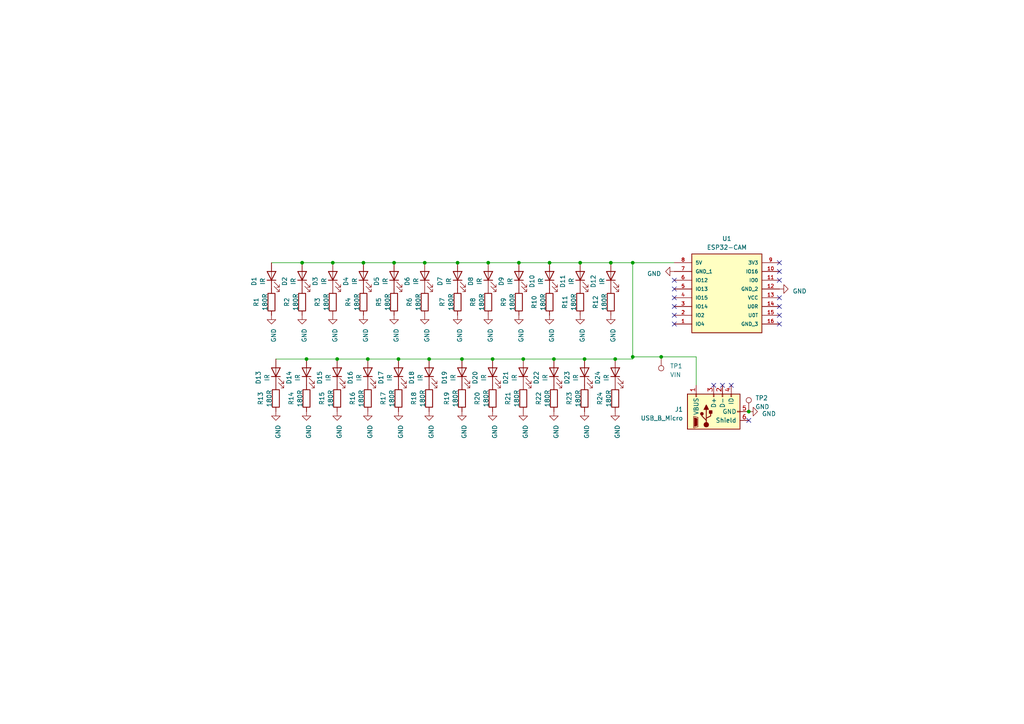
<source format=kicad_sch>
(kicad_sch (version 20230121) (generator eeschema)

  (uuid 776d23c2-7854-4561-a820-04f6a37b4dcd)

  (paper "A4")

  (lib_symbols
    (symbol "Connector:TestPoint" (pin_numbers hide) (pin_names (offset 0.762) hide) (in_bom yes) (on_board yes)
      (property "Reference" "TP" (at 0 6.858 0)
        (effects (font (size 1.27 1.27)))
      )
      (property "Value" "TestPoint" (at 0 5.08 0)
        (effects (font (size 1.27 1.27)))
      )
      (property "Footprint" "" (at 5.08 0 0)
        (effects (font (size 1.27 1.27)) hide)
      )
      (property "Datasheet" "~" (at 5.08 0 0)
        (effects (font (size 1.27 1.27)) hide)
      )
      (property "ki_keywords" "test point tp" (at 0 0 0)
        (effects (font (size 1.27 1.27)) hide)
      )
      (property "ki_description" "test point" (at 0 0 0)
        (effects (font (size 1.27 1.27)) hide)
      )
      (property "ki_fp_filters" "Pin* Test*" (at 0 0 0)
        (effects (font (size 1.27 1.27)) hide)
      )
      (symbol "TestPoint_0_1"
        (circle (center 0 3.302) (radius 0.762)
          (stroke (width 0) (type default))
          (fill (type none))
        )
      )
      (symbol "TestPoint_1_1"
        (pin passive line (at 0 0 90) (length 2.54)
          (name "1" (effects (font (size 1.27 1.27))))
          (number "1" (effects (font (size 1.27 1.27))))
        )
      )
    )
    (symbol "Connector:USB_B_Micro" (pin_names (offset 1.016)) (in_bom yes) (on_board yes)
      (property "Reference" "J" (at -5.08 11.43 0)
        (effects (font (size 1.27 1.27)) (justify left))
      )
      (property "Value" "USB_B_Micro" (at -5.08 8.89 0)
        (effects (font (size 1.27 1.27)) (justify left))
      )
      (property "Footprint" "" (at 3.81 -1.27 0)
        (effects (font (size 1.27 1.27)) hide)
      )
      (property "Datasheet" "~" (at 3.81 -1.27 0)
        (effects (font (size 1.27 1.27)) hide)
      )
      (property "ki_keywords" "connector USB micro" (at 0 0 0)
        (effects (font (size 1.27 1.27)) hide)
      )
      (property "ki_description" "USB Micro Type B connector" (at 0 0 0)
        (effects (font (size 1.27 1.27)) hide)
      )
      (property "ki_fp_filters" "USB*" (at 0 0 0)
        (effects (font (size 1.27 1.27)) hide)
      )
      (symbol "USB_B_Micro_0_1"
        (rectangle (start -5.08 -7.62) (end 5.08 7.62)
          (stroke (width 0.254) (type default))
          (fill (type background))
        )
        (circle (center -3.81 2.159) (radius 0.635)
          (stroke (width 0.254) (type default))
          (fill (type outline))
        )
        (circle (center -0.635 3.429) (radius 0.381)
          (stroke (width 0.254) (type default))
          (fill (type outline))
        )
        (rectangle (start -0.127 -7.62) (end 0.127 -6.858)
          (stroke (width 0) (type default))
          (fill (type none))
        )
        (polyline
          (pts
            (xy -1.905 2.159)
            (xy 0.635 2.159)
          )
          (stroke (width 0.254) (type default))
          (fill (type none))
        )
        (polyline
          (pts
            (xy -3.175 2.159)
            (xy -2.54 2.159)
            (xy -1.27 3.429)
            (xy -0.635 3.429)
          )
          (stroke (width 0.254) (type default))
          (fill (type none))
        )
        (polyline
          (pts
            (xy -2.54 2.159)
            (xy -1.905 2.159)
            (xy -1.27 0.889)
            (xy 0 0.889)
          )
          (stroke (width 0.254) (type default))
          (fill (type none))
        )
        (polyline
          (pts
            (xy 0.635 2.794)
            (xy 0.635 1.524)
            (xy 1.905 2.159)
            (xy 0.635 2.794)
          )
          (stroke (width 0.254) (type default))
          (fill (type outline))
        )
        (polyline
          (pts
            (xy -4.318 5.588)
            (xy -1.778 5.588)
            (xy -2.032 4.826)
            (xy -4.064 4.826)
            (xy -4.318 5.588)
          )
          (stroke (width 0) (type default))
          (fill (type outline))
        )
        (polyline
          (pts
            (xy -4.699 5.842)
            (xy -4.699 5.588)
            (xy -4.445 4.826)
            (xy -4.445 4.572)
            (xy -1.651 4.572)
            (xy -1.651 4.826)
            (xy -1.397 5.588)
            (xy -1.397 5.842)
            (xy -4.699 5.842)
          )
          (stroke (width 0) (type default))
          (fill (type none))
        )
        (rectangle (start 0.254 1.27) (end -0.508 0.508)
          (stroke (width 0.254) (type default))
          (fill (type outline))
        )
        (rectangle (start 5.08 -5.207) (end 4.318 -4.953)
          (stroke (width 0) (type default))
          (fill (type none))
        )
        (rectangle (start 5.08 -2.667) (end 4.318 -2.413)
          (stroke (width 0) (type default))
          (fill (type none))
        )
        (rectangle (start 5.08 -0.127) (end 4.318 0.127)
          (stroke (width 0) (type default))
          (fill (type none))
        )
        (rectangle (start 5.08 4.953) (end 4.318 5.207)
          (stroke (width 0) (type default))
          (fill (type none))
        )
      )
      (symbol "USB_B_Micro_1_1"
        (pin power_out line (at 7.62 5.08 180) (length 2.54)
          (name "VBUS" (effects (font (size 1.27 1.27))))
          (number "1" (effects (font (size 1.27 1.27))))
        )
        (pin bidirectional line (at 7.62 -2.54 180) (length 2.54)
          (name "D-" (effects (font (size 1.27 1.27))))
          (number "2" (effects (font (size 1.27 1.27))))
        )
        (pin bidirectional line (at 7.62 0 180) (length 2.54)
          (name "D+" (effects (font (size 1.27 1.27))))
          (number "3" (effects (font (size 1.27 1.27))))
        )
        (pin passive line (at 7.62 -5.08 180) (length 2.54)
          (name "ID" (effects (font (size 1.27 1.27))))
          (number "4" (effects (font (size 1.27 1.27))))
        )
        (pin power_out line (at 0 -10.16 90) (length 2.54)
          (name "GND" (effects (font (size 1.27 1.27))))
          (number "5" (effects (font (size 1.27 1.27))))
        )
        (pin passive line (at -2.54 -10.16 90) (length 2.54)
          (name "Shield" (effects (font (size 1.27 1.27))))
          (number "6" (effects (font (size 1.27 1.27))))
        )
      )
    )
    (symbol "Device:LED" (pin_numbers hide) (pin_names (offset 1.016) hide) (in_bom yes) (on_board yes)
      (property "Reference" "D" (at 0 2.54 0)
        (effects (font (size 1.27 1.27)))
      )
      (property "Value" "LED" (at 0 -2.54 0)
        (effects (font (size 1.27 1.27)))
      )
      (property "Footprint" "" (at 0 0 0)
        (effects (font (size 1.27 1.27)) hide)
      )
      (property "Datasheet" "~" (at 0 0 0)
        (effects (font (size 1.27 1.27)) hide)
      )
      (property "ki_keywords" "LED diode" (at 0 0 0)
        (effects (font (size 1.27 1.27)) hide)
      )
      (property "ki_description" "Light emitting diode" (at 0 0 0)
        (effects (font (size 1.27 1.27)) hide)
      )
      (property "ki_fp_filters" "LED* LED_SMD:* LED_THT:*" (at 0 0 0)
        (effects (font (size 1.27 1.27)) hide)
      )
      (symbol "LED_0_1"
        (polyline
          (pts
            (xy -1.27 -1.27)
            (xy -1.27 1.27)
          )
          (stroke (width 0.254) (type default))
          (fill (type none))
        )
        (polyline
          (pts
            (xy -1.27 0)
            (xy 1.27 0)
          )
          (stroke (width 0) (type default))
          (fill (type none))
        )
        (polyline
          (pts
            (xy 1.27 -1.27)
            (xy 1.27 1.27)
            (xy -1.27 0)
            (xy 1.27 -1.27)
          )
          (stroke (width 0.254) (type default))
          (fill (type none))
        )
        (polyline
          (pts
            (xy -3.048 -0.762)
            (xy -4.572 -2.286)
            (xy -3.81 -2.286)
            (xy -4.572 -2.286)
            (xy -4.572 -1.524)
          )
          (stroke (width 0) (type default))
          (fill (type none))
        )
        (polyline
          (pts
            (xy -1.778 -0.762)
            (xy -3.302 -2.286)
            (xy -2.54 -2.286)
            (xy -3.302 -2.286)
            (xy -3.302 -1.524)
          )
          (stroke (width 0) (type default))
          (fill (type none))
        )
      )
      (symbol "LED_1_1"
        (pin passive line (at -3.81 0 0) (length 2.54)
          (name "K" (effects (font (size 1.27 1.27))))
          (number "1" (effects (font (size 1.27 1.27))))
        )
        (pin passive line (at 3.81 0 180) (length 2.54)
          (name "A" (effects (font (size 1.27 1.27))))
          (number "2" (effects (font (size 1.27 1.27))))
        )
      )
    )
    (symbol "Device:R" (pin_numbers hide) (pin_names (offset 0)) (in_bom yes) (on_board yes)
      (property "Reference" "R" (at 2.032 0 90)
        (effects (font (size 1.27 1.27)))
      )
      (property "Value" "R" (at 0 0 90)
        (effects (font (size 1.27 1.27)))
      )
      (property "Footprint" "" (at -1.778 0 90)
        (effects (font (size 1.27 1.27)) hide)
      )
      (property "Datasheet" "~" (at 0 0 0)
        (effects (font (size 1.27 1.27)) hide)
      )
      (property "ki_keywords" "R res resistor" (at 0 0 0)
        (effects (font (size 1.27 1.27)) hide)
      )
      (property "ki_description" "Resistor" (at 0 0 0)
        (effects (font (size 1.27 1.27)) hide)
      )
      (property "ki_fp_filters" "R_*" (at 0 0 0)
        (effects (font (size 1.27 1.27)) hide)
      )
      (symbol "R_0_1"
        (rectangle (start -1.016 -2.54) (end 1.016 2.54)
          (stroke (width 0.254) (type default))
          (fill (type none))
        )
      )
      (symbol "R_1_1"
        (pin passive line (at 0 3.81 270) (length 1.27)
          (name "~" (effects (font (size 1.27 1.27))))
          (number "1" (effects (font (size 1.27 1.27))))
        )
        (pin passive line (at 0 -3.81 90) (length 1.27)
          (name "~" (effects (font (size 1.27 1.27))))
          (number "2" (effects (font (size 1.27 1.27))))
        )
      )
    )
    (symbol "MCU_Espressif:ESP32-CAM" (pin_names (offset 1.016)) (in_bom yes) (on_board yes)
      (property "Reference" "U" (at 26.67 7.62 0)
        (effects (font (size 1.27 1.27)) (justify left))
      )
      (property "Value" "ESP32-CAM" (at 26.67 5.08 0)
        (effects (font (size 1.27 1.27)) (justify left))
      )
      (property "Footprint" "ESP32-CAM" (at 0 0 0)
        (effects (font (size 1.27 1.27)) (justify bottom) hide)
      )
      (property "Datasheet" "" (at 0 0 0)
        (effects (font (size 1.27 1.27)) hide)
      )
      (property "MANUFACTURER_NAME" "Ai-Thinker" (at 0 0 0)
        (effects (font (size 1.27 1.27)) (justify bottom) hide)
      )
      (property "MOUSER_PRICE-STOCK" "" (at 0 0 0)
        (effects (font (size 1.27 1.27)) (justify bottom) hide)
      )
      (property "DESCRIPTION" "Modules PCBA Module RoHS" (at 0 0 0)
        (effects (font (size 1.27 1.27)) (justify bottom) hide)
      )
      (property "MOUSER_PART_NUMBER" "" (at 0 0 0)
        (effects (font (size 1.27 1.27)) (justify bottom) hide)
      )
      (property "HEIGHT" "5mm" (at 0 0 0)
        (effects (font (size 1.27 1.27)) (justify bottom) hide)
      )
      (property "ARROW_PRICE-STOCK" "" (at 0 0 0)
        (effects (font (size 1.27 1.27)) (justify bottom) hide)
      )
      (property "ARROW_PART_NUMBER" "" (at 0 0 0)
        (effects (font (size 1.27 1.27)) (justify bottom) hide)
      )
      (property "MANUFACTURER_PART_NUMBER" "ESP32-CAM" (at 0 0 0)
        (effects (font (size 1.27 1.27)) (justify bottom) hide)
      )
      (symbol "ESP32-CAM_0_0"
        (rectangle (start 5.08 -20.32) (end 25.4 2.54)
          (stroke (width 0.254) (type default))
          (fill (type background))
        )
        (pin bidirectional line (at 0 -17.78 0) (length 5.08)
          (name "IO4" (effects (font (size 1.016 1.016))))
          (number "1" (effects (font (size 1.016 1.016))))
        )
        (pin bidirectional line (at 30.48 -2.54 180) (length 5.08)
          (name "IO16" (effects (font (size 1.016 1.016))))
          (number "10" (effects (font (size 1.016 1.016))))
        )
        (pin bidirectional line (at 30.48 -5.08 180) (length 5.08)
          (name "IO0" (effects (font (size 1.016 1.016))))
          (number "11" (effects (font (size 1.016 1.016))))
        )
        (pin bidirectional line (at 30.48 -7.62 180) (length 5.08)
          (name "GND_2" (effects (font (size 1.016 1.016))))
          (number "12" (effects (font (size 1.016 1.016))))
        )
        (pin bidirectional line (at 30.48 -10.16 180) (length 5.08)
          (name "VCC" (effects (font (size 1.016 1.016))))
          (number "13" (effects (font (size 1.016 1.016))))
        )
        (pin bidirectional line (at 30.48 -12.7 180) (length 5.08)
          (name "U0R" (effects (font (size 1.016 1.016))))
          (number "14" (effects (font (size 1.016 1.016))))
        )
        (pin bidirectional line (at 30.48 -15.24 180) (length 5.08)
          (name "U0T" (effects (font (size 1.016 1.016))))
          (number "15" (effects (font (size 1.016 1.016))))
        )
        (pin bidirectional line (at 30.48 -17.78 180) (length 5.08)
          (name "GND_3" (effects (font (size 1.016 1.016))))
          (number "16" (effects (font (size 1.016 1.016))))
        )
        (pin bidirectional line (at 0 -15.24 0) (length 5.08)
          (name "IO2" (effects (font (size 1.016 1.016))))
          (number "2" (effects (font (size 1.016 1.016))))
        )
        (pin bidirectional line (at 0 -12.7 0) (length 5.08)
          (name "IO14" (effects (font (size 1.016 1.016))))
          (number "3" (effects (font (size 1.016 1.016))))
        )
        (pin bidirectional line (at 0 -10.16 0) (length 5.08)
          (name "IO15" (effects (font (size 1.016 1.016))))
          (number "4" (effects (font (size 1.016 1.016))))
        )
        (pin bidirectional line (at 0 -7.62 0) (length 5.08)
          (name "IO13" (effects (font (size 1.016 1.016))))
          (number "5" (effects (font (size 1.016 1.016))))
        )
        (pin bidirectional line (at 0 -5.08 0) (length 5.08)
          (name "IO12" (effects (font (size 1.016 1.016))))
          (number "6" (effects (font (size 1.016 1.016))))
        )
        (pin bidirectional line (at 0 -2.54 0) (length 5.08)
          (name "GND_1" (effects (font (size 1.016 1.016))))
          (number "7" (effects (font (size 1.016 1.016))))
        )
        (pin bidirectional line (at 0 0 0) (length 5.08)
          (name "5V" (effects (font (size 1.016 1.016))))
          (number "8" (effects (font (size 1.016 1.016))))
        )
        (pin bidirectional line (at 30.48 0 180) (length 5.08)
          (name "3V3" (effects (font (size 1.016 1.016))))
          (number "9" (effects (font (size 1.016 1.016))))
        )
      )
    )
    (symbol "power:GND" (power) (pin_names (offset 0)) (in_bom yes) (on_board yes)
      (property "Reference" "#PWR" (at 0 -6.35 0)
        (effects (font (size 1.27 1.27)) hide)
      )
      (property "Value" "GND" (at 0 -3.81 0)
        (effects (font (size 1.27 1.27)))
      )
      (property "Footprint" "" (at 0 0 0)
        (effects (font (size 1.27 1.27)) hide)
      )
      (property "Datasheet" "" (at 0 0 0)
        (effects (font (size 1.27 1.27)) hide)
      )
      (property "ki_keywords" "global power" (at 0 0 0)
        (effects (font (size 1.27 1.27)) hide)
      )
      (property "ki_description" "Power symbol creates a global label with name \"GND\" , ground" (at 0 0 0)
        (effects (font (size 1.27 1.27)) hide)
      )
      (symbol "GND_0_1"
        (polyline
          (pts
            (xy 0 0)
            (xy 0 -1.27)
            (xy 1.27 -1.27)
            (xy 0 -2.54)
            (xy -1.27 -1.27)
            (xy 0 -1.27)
          )
          (stroke (width 0) (type default))
          (fill (type none))
        )
      )
      (symbol "GND_1_1"
        (pin power_in line (at 0 0 270) (length 0) hide
          (name "GND" (effects (font (size 1.27 1.27))))
          (number "1" (effects (font (size 1.27 1.27))))
        )
      )
    )
  )

  (junction (at 96.52 76.2) (diameter 0) (color 0 0 0 0)
    (uuid 0c0b4521-9911-4936-8028-eb160577662e)
  )
  (junction (at 132.715 76.2) (diameter 0) (color 0 0 0 0)
    (uuid 124f1031-2ba8-46be-9677-5ae20ad0ff68)
  )
  (junction (at 183.515 76.2) (diameter 0) (color 0 0 0 0)
    (uuid 1675d542-e069-4fb6-ba95-bebc5c8bd4a5)
  )
  (junction (at 142.875 104.14) (diameter 0) (color 0 0 0 0)
    (uuid 3b97578d-0ff8-4f39-b7d6-f0ce7e7224f6)
  )
  (junction (at 183.515 103.505) (diameter 0) (color 0 0 0 0)
    (uuid 44d6eebb-462b-4332-bd57-5136d11f87e7)
  )
  (junction (at 177.165 76.2) (diameter 0) (color 0 0 0 0)
    (uuid 4f8911f5-072d-40e7-9035-6fd86a760a3b)
  )
  (junction (at 178.435 104.14) (diameter 0) (color 0 0 0 0)
    (uuid 53b87dd6-5f02-4df6-83b0-e892adc0ed7a)
  )
  (junction (at 105.41 76.2) (diameter 0) (color 0 0 0 0)
    (uuid 5c44e817-1977-41d3-8b29-b70e647498cf)
  )
  (junction (at 159.385 76.2) (diameter 0) (color 0 0 0 0)
    (uuid 6244fbfb-3d54-4a9f-bd80-71dca04427eb)
  )
  (junction (at 106.68 104.14) (diameter 0) (color 0 0 0 0)
    (uuid 649c7878-2322-47ac-b128-ca6bb563e079)
  )
  (junction (at 87.63 76.2) (diameter 0) (color 0 0 0 0)
    (uuid 7a123b32-0abc-4539-a9c0-48989442e254)
  )
  (junction (at 150.495 76.2) (diameter 0) (color 0 0 0 0)
    (uuid 7ec2bbe6-a0e2-45b2-8e97-89c087a82d37)
  )
  (junction (at 124.46 104.14) (diameter 0) (color 0 0 0 0)
    (uuid 8fac109c-6242-401d-b088-613cf663a0fa)
  )
  (junction (at 217.17 119.38) (diameter 0) (color 0 0 0 0)
    (uuid 95b7139f-e30c-4c6d-a5d8-f00d1d241a12)
  )
  (junction (at 169.545 104.14) (diameter 0) (color 0 0 0 0)
    (uuid 9c026df2-9613-4a7d-b17d-c0a3db6c6732)
  )
  (junction (at 123.19 76.2) (diameter 0) (color 0 0 0 0)
    (uuid 9c6682a3-5b03-4cd3-9e8a-844e784a536e)
  )
  (junction (at 133.985 104.14) (diameter 0) (color 0 0 0 0)
    (uuid 9fb7be0d-b2ef-4191-a0a8-cdc672797b77)
  )
  (junction (at 115.57 104.14) (diameter 0) (color 0 0 0 0)
    (uuid a40719a1-1ec4-4a03-b2ec-bd4a74581b27)
  )
  (junction (at 97.79 104.14) (diameter 0) (color 0 0 0 0)
    (uuid bdc94fa8-6728-436a-a87c-553575d5b6f2)
  )
  (junction (at 160.655 104.14) (diameter 0) (color 0 0 0 0)
    (uuid c55bc087-4b01-4b65-8549-3b408992e695)
  )
  (junction (at 151.765 104.14) (diameter 0) (color 0 0 0 0)
    (uuid d41d8d85-d326-4476-848c-2307b31d3ab3)
  )
  (junction (at 141.605 76.2) (diameter 0) (color 0 0 0 0)
    (uuid d5483fb3-3ece-4d31-8823-c2b03feeef0f)
  )
  (junction (at 88.9 104.14) (diameter 0) (color 0 0 0 0)
    (uuid e3607b8e-cd06-4f36-a8b2-11ff79cf35d3)
  )
  (junction (at 114.3 76.2) (diameter 0) (color 0 0 0 0)
    (uuid e890249e-8ad3-411f-9653-5eed0e643dc2)
  )
  (junction (at 168.275 76.2) (diameter 0) (color 0 0 0 0)
    (uuid ebdff6c5-0c5b-47f0-92c5-a4f687535366)
  )
  (junction (at 191.77 103.505) (diameter 0) (color 0 0 0 0)
    (uuid f30bdfce-95f3-4d99-a3d4-09a74e867789)
  )

  (no_connect (at 209.55 111.76) (uuid 00c8c170-392a-46f2-9329-ef384847ca5f))
  (no_connect (at 226.06 81.28) (uuid 0af12c6c-4b13-4122-8522-1fde757791ce))
  (no_connect (at 195.58 86.36) (uuid 19c6310c-c89c-40c2-9475-5565ef6d3228))
  (no_connect (at 195.58 91.44) (uuid 1ddaed88-a8b1-48dc-ad10-780c19c42b2d))
  (no_connect (at 195.58 83.82) (uuid 39ce30fa-7c8b-413c-ba32-623690e7d4f9))
  (no_connect (at 226.06 86.36) (uuid 4b48bf7a-f170-4d8c-9d41-cf181c562fa1))
  (no_connect (at 226.06 93.98) (uuid 5d2505f8-3a79-4c9f-94ad-87df2094126d))
  (no_connect (at 226.06 91.44) (uuid 5e84eabb-38f3-4212-adc8-7d4632f3b97d))
  (no_connect (at 195.58 93.98) (uuid 5f953143-25d7-40b7-8dae-65bdc0eadf49))
  (no_connect (at 195.58 81.28) (uuid 636a20f3-b8e5-49db-a2b8-241b1426ff33))
  (no_connect (at 207.01 111.76) (uuid 711c0200-02a0-44b7-a879-eb2455cbf3b5))
  (no_connect (at 226.06 88.9) (uuid 8645f3ce-e7fb-4d39-a5fc-bda106fcf045))
  (no_connect (at 212.09 111.76) (uuid 9da27773-3b57-4454-b848-aa0cf2e07e1b))
  (no_connect (at 226.06 76.2) (uuid a703dc66-4671-4182-910b-aeee0b43fa76))
  (no_connect (at 226.06 78.74) (uuid c5102725-997c-42df-91aa-a6b98cc3f683))
  (no_connect (at 217.17 121.92) (uuid d6c8b96c-a09b-4c19-bcb6-b7bf6d4532f8))
  (no_connect (at 195.58 88.9) (uuid d9343978-89e6-4396-84a9-316a676943cb))

  (wire (pts (xy 106.68 104.14) (xy 115.57 104.14))
    (stroke (width 0) (type default))
    (uuid 045ab4b0-f912-4c64-9fc3-d1400a2ac34b)
  )
  (wire (pts (xy 201.93 111.76) (xy 201.93 103.505))
    (stroke (width 0) (type default))
    (uuid 048e149f-5d75-42f2-9a19-743159f9ddb6)
  )
  (wire (pts (xy 88.9 104.14) (xy 97.79 104.14))
    (stroke (width 0) (type default))
    (uuid 0a3d773b-4965-48bb-9068-44eb61d786ed)
  )
  (wire (pts (xy 96.52 76.2) (xy 105.41 76.2))
    (stroke (width 0) (type default))
    (uuid 0d2df619-cf6f-49dd-a915-96851b2f9dac)
  )
  (wire (pts (xy 123.19 76.2) (xy 132.715 76.2))
    (stroke (width 0) (type default))
    (uuid 0fce688a-dd17-496f-9b33-faabf76798c4)
  )
  (wire (pts (xy 142.875 104.14) (xy 151.765 104.14))
    (stroke (width 0) (type default))
    (uuid 17e271b4-f894-448b-a3d2-daf642a4a2d3)
  )
  (wire (pts (xy 97.79 104.14) (xy 106.68 104.14))
    (stroke (width 0) (type default))
    (uuid 1c861978-0e9c-4721-b68c-ab931cf77568)
  )
  (wire (pts (xy 159.385 76.2) (xy 168.275 76.2))
    (stroke (width 0) (type default))
    (uuid 211d4bae-88a6-476a-88e3-f16c819339a9)
  )
  (wire (pts (xy 133.985 104.14) (xy 142.875 104.14))
    (stroke (width 0) (type default))
    (uuid 2127c4c2-b86e-452a-afd6-97b62c667314)
  )
  (wire (pts (xy 191.77 103.505) (xy 183.515 103.505))
    (stroke (width 0) (type default))
    (uuid 2d85ae03-7b85-4154-8423-6e386876f9b5)
  )
  (wire (pts (xy 114.3 76.2) (xy 123.19 76.2))
    (stroke (width 0) (type default))
    (uuid 373d85d2-a3ce-4832-89d8-a805c8040fb4)
  )
  (wire (pts (xy 150.495 76.2) (xy 159.385 76.2))
    (stroke (width 0) (type default))
    (uuid 3871ac69-a9db-4feb-82d6-3f07f4c75a01)
  )
  (wire (pts (xy 141.605 76.2) (xy 150.495 76.2))
    (stroke (width 0) (type default))
    (uuid 40e529f2-164f-4847-b030-fc9a4f4b0bd4)
  )
  (wire (pts (xy 168.275 76.2) (xy 177.165 76.2))
    (stroke (width 0) (type default))
    (uuid 4e83a25a-3015-4b68-86c9-e2d4f92677d9)
  )
  (wire (pts (xy 132.715 76.2) (xy 141.605 76.2))
    (stroke (width 0) (type default))
    (uuid 51728039-8ec6-43eb-8ac0-275a1121eded)
  )
  (wire (pts (xy 105.41 76.2) (xy 114.3 76.2))
    (stroke (width 0) (type default))
    (uuid 6177ea48-9628-49e3-94c8-5f916c44cacc)
  )
  (wire (pts (xy 115.57 104.14) (xy 124.46 104.14))
    (stroke (width 0) (type default))
    (uuid 678626c1-fce6-4fea-ad91-7522401827ff)
  )
  (wire (pts (xy 183.515 76.2) (xy 195.58 76.2))
    (stroke (width 0) (type default))
    (uuid 7450563b-fa8a-4ca2-9b30-d99baf587d1c)
  )
  (wire (pts (xy 183.515 104.14) (xy 183.515 103.505))
    (stroke (width 0) (type default))
    (uuid 7b6a06f6-a847-438f-8012-744088610dbf)
  )
  (wire (pts (xy 78.74 76.2) (xy 87.63 76.2))
    (stroke (width 0) (type default))
    (uuid 84d3d6bd-7894-4b1f-9fe6-77c2723da4af)
  )
  (wire (pts (xy 151.765 104.14) (xy 160.655 104.14))
    (stroke (width 0) (type default))
    (uuid 855e220f-21cf-46f1-81ba-09158ee46a2e)
  )
  (wire (pts (xy 177.165 76.2) (xy 183.515 76.2))
    (stroke (width 0) (type default))
    (uuid 8ce34a2a-00f9-417d-8995-892edfa0e9c2)
  )
  (wire (pts (xy 80.01 104.14) (xy 88.9 104.14))
    (stroke (width 0) (type default))
    (uuid affc0c52-e4e0-4d0c-82da-441a8ff7fd23)
  )
  (wire (pts (xy 201.93 103.505) (xy 191.77 103.505))
    (stroke (width 0) (type default))
    (uuid b83342f6-6e97-4e06-b5e2-c800396a31ba)
  )
  (wire (pts (xy 124.46 104.14) (xy 133.985 104.14))
    (stroke (width 0) (type default))
    (uuid cb529263-1139-47a9-bdf2-4070ff8ded5c)
  )
  (wire (pts (xy 160.655 104.14) (xy 169.545 104.14))
    (stroke (width 0) (type default))
    (uuid ce309107-8fbf-4a3a-a71e-38b454e19688)
  )
  (wire (pts (xy 183.515 76.2) (xy 183.515 103.505))
    (stroke (width 0) (type default))
    (uuid d007529f-1b41-4543-8463-0f20376b875d)
  )
  (wire (pts (xy 178.435 104.14) (xy 183.515 104.14))
    (stroke (width 0) (type default))
    (uuid d86bed0c-c77f-4619-8176-ee0f5f75776e)
  )
  (wire (pts (xy 87.63 76.2) (xy 96.52 76.2))
    (stroke (width 0) (type default))
    (uuid ea1cc8a9-a93f-481f-83b8-be45da34c339)
  )
  (wire (pts (xy 169.545 104.14) (xy 178.435 104.14))
    (stroke (width 0) (type default))
    (uuid f82b96c9-e0d9-4f47-bb47-e8f09f603464)
  )

  (symbol (lib_id "power:GND") (at 105.41 91.44 0) (unit 1)
    (in_bom yes) (on_board yes) (dnp no) (fields_autoplaced)
    (uuid 0043217c-3607-461e-9d6f-88cf4e8ed560)
    (property "Reference" "#PWR07" (at 105.41 97.79 0)
      (effects (font (size 1.27 1.27)) hide)
    )
    (property "Value" "GND" (at 106.045 95.25 90)
      (effects (font (size 1.27 1.27)) (justify right))
    )
    (property "Footprint" "" (at 105.41 91.44 0)
      (effects (font (size 1.27 1.27)) hide)
    )
    (property "Datasheet" "" (at 105.41 91.44 0)
      (effects (font (size 1.27 1.27)) hide)
    )
    (pin "1" (uuid 7d82bf22-370a-4d47-b07e-c558af11ca17))
    (instances
      (project "IR LED Hat"
        (path "/776d23c2-7854-4561-a820-04f6a37b4dcd"
          (reference "#PWR07") (unit 1)
        )
      )
    )
  )

  (symbol (lib_id "Device:LED") (at 97.79 107.95 90) (unit 1)
    (in_bom yes) (on_board yes) (dnp no) (fields_autoplaced)
    (uuid 0115b3cb-a8af-4766-8f88-0572f7941078)
    (property "Reference" "D15" (at 92.71 109.5375 0)
      (effects (font (size 1.27 1.27)))
    )
    (property "Value" "IR" (at 95.25 109.5375 0)
      (effects (font (size 1.27 1.27)))
    )
    (property "Footprint" "LED_THT:LED_D3.0mm" (at 97.79 107.95 0)
      (effects (font (size 1.27 1.27)) hide)
    )
    (property "Datasheet" "~" (at 97.79 107.95 0)
      (effects (font (size 1.27 1.27)) hide)
    )
    (pin "1" (uuid d2289700-34c2-4abe-8ca2-11ff0ec6a1ff))
    (pin "2" (uuid bab58dcd-6873-4fec-80f3-1b42baf436fd))
    (instances
      (project "IR LED Hat"
        (path "/776d23c2-7854-4561-a820-04f6a37b4dcd"
          (reference "D15") (unit 1)
        )
      )
    )
  )

  (symbol (lib_id "power:GND") (at 142.875 119.38 0) (unit 1)
    (in_bom yes) (on_board yes) (dnp no) (fields_autoplaced)
    (uuid 01b6947c-dced-45b0-816f-8c22bd07e3f4)
    (property "Reference" "#PWR023" (at 142.875 125.73 0)
      (effects (font (size 1.27 1.27)) hide)
    )
    (property "Value" "GND" (at 143.51 123.19 90)
      (effects (font (size 1.27 1.27)) (justify right))
    )
    (property "Footprint" "" (at 142.875 119.38 0)
      (effects (font (size 1.27 1.27)) hide)
    )
    (property "Datasheet" "" (at 142.875 119.38 0)
      (effects (font (size 1.27 1.27)) hide)
    )
    (pin "1" (uuid 1e4c5cfd-a17d-4f2a-ad99-e4f09a759b45))
    (instances
      (project "IR LED Hat"
        (path "/776d23c2-7854-4561-a820-04f6a37b4dcd"
          (reference "#PWR023") (unit 1)
        )
      )
    )
  )

  (symbol (lib_id "power:GND") (at 97.79 119.38 0) (unit 1)
    (in_bom yes) (on_board yes) (dnp no) (fields_autoplaced)
    (uuid 03d7cf65-32d9-46e4-a184-63c48eb787a2)
    (property "Reference" "#PWR018" (at 97.79 125.73 0)
      (effects (font (size 1.27 1.27)) hide)
    )
    (property "Value" "GND" (at 98.425 123.19 90)
      (effects (font (size 1.27 1.27)) (justify right))
    )
    (property "Footprint" "" (at 97.79 119.38 0)
      (effects (font (size 1.27 1.27)) hide)
    )
    (property "Datasheet" "" (at 97.79 119.38 0)
      (effects (font (size 1.27 1.27)) hide)
    )
    (pin "1" (uuid 0a284d6c-f8c4-42ed-b37d-c99b4a63a4bc))
    (instances
      (project "IR LED Hat"
        (path "/776d23c2-7854-4561-a820-04f6a37b4dcd"
          (reference "#PWR018") (unit 1)
        )
      )
    )
  )

  (symbol (lib_id "Device:LED") (at 133.985 107.95 90) (unit 1)
    (in_bom yes) (on_board yes) (dnp no) (fields_autoplaced)
    (uuid 0509f7d7-8b43-48fb-8c0c-b3fec8c3c0a5)
    (property "Reference" "D19" (at 128.905 109.5375 0)
      (effects (font (size 1.27 1.27)))
    )
    (property "Value" "IR" (at 131.445 109.5375 0)
      (effects (font (size 1.27 1.27)))
    )
    (property "Footprint" "LED_THT:LED_D3.0mm" (at 133.985 107.95 0)
      (effects (font (size 1.27 1.27)) hide)
    )
    (property "Datasheet" "~" (at 133.985 107.95 0)
      (effects (font (size 1.27 1.27)) hide)
    )
    (pin "1" (uuid 63932df0-cbb0-4af2-8735-156329e9d56e))
    (pin "2" (uuid 211aecff-724f-416d-b3db-06a684983e2b))
    (instances
      (project "IR LED Hat"
        (path "/776d23c2-7854-4561-a820-04f6a37b4dcd"
          (reference "D19") (unit 1)
        )
      )
    )
  )

  (symbol (lib_id "power:GND") (at 80.01 119.38 0) (unit 1)
    (in_bom yes) (on_board yes) (dnp no) (fields_autoplaced)
    (uuid 0a9b8fed-4cb8-4077-bc39-190ff37bedc0)
    (property "Reference" "#PWR016" (at 80.01 125.73 0)
      (effects (font (size 1.27 1.27)) hide)
    )
    (property "Value" "GND" (at 80.645 123.19 90)
      (effects (font (size 1.27 1.27)) (justify right))
    )
    (property "Footprint" "" (at 80.01 119.38 0)
      (effects (font (size 1.27 1.27)) hide)
    )
    (property "Datasheet" "" (at 80.01 119.38 0)
      (effects (font (size 1.27 1.27)) hide)
    )
    (pin "1" (uuid bdba56ef-75ca-40e3-902c-c23ee95bd7fb))
    (instances
      (project "IR LED Hat"
        (path "/776d23c2-7854-4561-a820-04f6a37b4dcd"
          (reference "#PWR016") (unit 1)
        )
      )
    )
  )

  (symbol (lib_id "Device:R") (at 133.985 115.57 180) (unit 1)
    (in_bom yes) (on_board yes) (dnp no) (fields_autoplaced)
    (uuid 0e980ba9-3208-47a0-add8-d4e56c792671)
    (property "Reference" "R19" (at 129.54 115.57 90)
      (effects (font (size 1.27 1.27)))
    )
    (property "Value" "180R" (at 132.08 115.57 90)
      (effects (font (size 1.27 1.27)))
    )
    (property "Footprint" "Resistor_SMD:R_0603_1608Metric" (at 135.763 115.57 90)
      (effects (font (size 1.27 1.27)) hide)
    )
    (property "Datasheet" "~" (at 133.985 115.57 0)
      (effects (font (size 1.27 1.27)) hide)
    )
    (pin "1" (uuid 5fd2bfa3-3ce8-4f3e-b956-ee042e39553f))
    (pin "2" (uuid fd6a1e00-8601-451f-927e-ca02af148e75))
    (instances
      (project "IR LED Hat"
        (path "/776d23c2-7854-4561-a820-04f6a37b4dcd"
          (reference "R19") (unit 1)
        )
      )
    )
  )

  (symbol (lib_id "power:GND") (at 226.06 83.82 90) (unit 1)
    (in_bom yes) (on_board yes) (dnp no) (fields_autoplaced)
    (uuid 1096b4af-b484-45ae-a54d-3949eff691fe)
    (property "Reference" "#PWR02" (at 232.41 83.82 0)
      (effects (font (size 1.27 1.27)) hide)
    )
    (property "Value" "GND" (at 229.87 84.455 90)
      (effects (font (size 1.27 1.27)) (justify right))
    )
    (property "Footprint" "" (at 226.06 83.82 0)
      (effects (font (size 1.27 1.27)) hide)
    )
    (property "Datasheet" "" (at 226.06 83.82 0)
      (effects (font (size 1.27 1.27)) hide)
    )
    (pin "1" (uuid fd4d96b6-375e-4ba2-8c3d-12917ec350da))
    (instances
      (project "IR LED Hat"
        (path "/776d23c2-7854-4561-a820-04f6a37b4dcd"
          (reference "#PWR02") (unit 1)
        )
      )
    )
  )

  (symbol (lib_id "power:GND") (at 114.3 91.44 0) (unit 1)
    (in_bom yes) (on_board yes) (dnp no) (fields_autoplaced)
    (uuid 13f73b35-518f-4a38-904f-f9aab2a3f0d7)
    (property "Reference" "#PWR08" (at 114.3 97.79 0)
      (effects (font (size 1.27 1.27)) hide)
    )
    (property "Value" "GND" (at 114.935 95.25 90)
      (effects (font (size 1.27 1.27)) (justify right))
    )
    (property "Footprint" "" (at 114.3 91.44 0)
      (effects (font (size 1.27 1.27)) hide)
    )
    (property "Datasheet" "" (at 114.3 91.44 0)
      (effects (font (size 1.27 1.27)) hide)
    )
    (pin "1" (uuid f5064249-f762-4995-8d10-436ed957800c))
    (instances
      (project "IR LED Hat"
        (path "/776d23c2-7854-4561-a820-04f6a37b4dcd"
          (reference "#PWR08") (unit 1)
        )
      )
    )
  )

  (symbol (lib_id "Device:R") (at 97.79 115.57 180) (unit 1)
    (in_bom yes) (on_board yes) (dnp no) (fields_autoplaced)
    (uuid 18585783-3e2d-490a-9445-578d668091f6)
    (property "Reference" "R15" (at 93.345 115.57 90)
      (effects (font (size 1.27 1.27)))
    )
    (property "Value" "180R" (at 95.885 115.57 90)
      (effects (font (size 1.27 1.27)))
    )
    (property "Footprint" "Resistor_SMD:R_0603_1608Metric" (at 99.568 115.57 90)
      (effects (font (size 1.27 1.27)) hide)
    )
    (property "Datasheet" "~" (at 97.79 115.57 0)
      (effects (font (size 1.27 1.27)) hide)
    )
    (pin "1" (uuid 497287b8-1fa9-4346-a716-fbcc7229332a))
    (pin "2" (uuid 1eb787b5-8c32-4ffd-a011-db44ab77aa39))
    (instances
      (project "IR LED Hat"
        (path "/776d23c2-7854-4561-a820-04f6a37b4dcd"
          (reference "R15") (unit 1)
        )
      )
    )
  )

  (symbol (lib_id "Device:LED") (at 105.41 80.01 90) (unit 1)
    (in_bom yes) (on_board yes) (dnp no) (fields_autoplaced)
    (uuid 196e0771-2c67-42cd-b251-fa8b4b3e1089)
    (property "Reference" "D4" (at 100.33 81.5975 0)
      (effects (font (size 1.27 1.27)))
    )
    (property "Value" "IR" (at 102.87 81.5975 0)
      (effects (font (size 1.27 1.27)))
    )
    (property "Footprint" "LED_THT:LED_D3.0mm" (at 105.41 80.01 0)
      (effects (font (size 1.27 1.27)) hide)
    )
    (property "Datasheet" "~" (at 105.41 80.01 0)
      (effects (font (size 1.27 1.27)) hide)
    )
    (pin "1" (uuid de23f447-c846-4381-a440-5e62b52c3b77))
    (pin "2" (uuid 19180ad4-0e7f-43d7-8940-7642b15a1189))
    (instances
      (project "IR LED Hat"
        (path "/776d23c2-7854-4561-a820-04f6a37b4dcd"
          (reference "D4") (unit 1)
        )
      )
    )
  )

  (symbol (lib_id "Device:R") (at 96.52 87.63 180) (unit 1)
    (in_bom yes) (on_board yes) (dnp no) (fields_autoplaced)
    (uuid 1bcb6d31-75ea-4b22-85ea-1a10c2284ae7)
    (property "Reference" "R3" (at 92.075 87.63 90)
      (effects (font (size 1.27 1.27)))
    )
    (property "Value" "180R" (at 94.615 87.63 90)
      (effects (font (size 1.27 1.27)))
    )
    (property "Footprint" "Resistor_SMD:R_0603_1608Metric" (at 98.298 87.63 90)
      (effects (font (size 1.27 1.27)) hide)
    )
    (property "Datasheet" "~" (at 96.52 87.63 0)
      (effects (font (size 1.27 1.27)) hide)
    )
    (pin "1" (uuid 0b32b0a2-4e9c-4823-a9aa-4bfe18648cc7))
    (pin "2" (uuid 9355c944-8110-4117-898e-faa634eb97bf))
    (instances
      (project "IR LED Hat"
        (path "/776d23c2-7854-4561-a820-04f6a37b4dcd"
          (reference "R3") (unit 1)
        )
      )
    )
  )

  (symbol (lib_id "Device:R") (at 169.545 115.57 180) (unit 1)
    (in_bom yes) (on_board yes) (dnp no) (fields_autoplaced)
    (uuid 1ced204e-3d71-4299-a6f9-d751e1082e57)
    (property "Reference" "R23" (at 165.1 115.57 90)
      (effects (font (size 1.27 1.27)))
    )
    (property "Value" "180R" (at 167.64 115.57 90)
      (effects (font (size 1.27 1.27)))
    )
    (property "Footprint" "Resistor_SMD:R_0603_1608Metric" (at 171.323 115.57 90)
      (effects (font (size 1.27 1.27)) hide)
    )
    (property "Datasheet" "~" (at 169.545 115.57 0)
      (effects (font (size 1.27 1.27)) hide)
    )
    (pin "1" (uuid 4c2ea636-f177-419e-b415-c08f0a922407))
    (pin "2" (uuid e32a65a6-e4a9-4af8-8eba-0982e04b5b90))
    (instances
      (project "IR LED Hat"
        (path "/776d23c2-7854-4561-a820-04f6a37b4dcd"
          (reference "R23") (unit 1)
        )
      )
    )
  )

  (symbol (lib_id "Device:LED") (at 168.275 80.01 90) (unit 1)
    (in_bom yes) (on_board yes) (dnp no) (fields_autoplaced)
    (uuid 20733aa4-0c22-432e-8a64-3a0f4803e7c0)
    (property "Reference" "D11" (at 163.195 81.5975 0)
      (effects (font (size 1.27 1.27)))
    )
    (property "Value" "IR" (at 165.735 81.5975 0)
      (effects (font (size 1.27 1.27)))
    )
    (property "Footprint" "LED_THT:LED_D3.0mm" (at 168.275 80.01 0)
      (effects (font (size 1.27 1.27)) hide)
    )
    (property "Datasheet" "~" (at 168.275 80.01 0)
      (effects (font (size 1.27 1.27)) hide)
    )
    (pin "1" (uuid e475e934-83e3-48e3-9c58-046894e442be))
    (pin "2" (uuid cf524ebd-8227-4370-ae44-b211f66ed0cd))
    (instances
      (project "IR LED Hat"
        (path "/776d23c2-7854-4561-a820-04f6a37b4dcd"
          (reference "D11") (unit 1)
        )
      )
    )
  )

  (symbol (lib_id "Device:R") (at 80.01 115.57 180) (unit 1)
    (in_bom yes) (on_board yes) (dnp no) (fields_autoplaced)
    (uuid 2119f15b-bca4-4acb-9d5a-877bdbe58a55)
    (property "Reference" "R13" (at 75.565 115.57 90)
      (effects (font (size 1.27 1.27)))
    )
    (property "Value" "180R" (at 78.105 115.57 90)
      (effects (font (size 1.27 1.27)))
    )
    (property "Footprint" "Resistor_SMD:R_0603_1608Metric" (at 81.788 115.57 90)
      (effects (font (size 1.27 1.27)) hide)
    )
    (property "Datasheet" "~" (at 80.01 115.57 0)
      (effects (font (size 1.27 1.27)) hide)
    )
    (pin "1" (uuid 5ce953e4-f441-4e39-9e9a-208018ae22c9))
    (pin "2" (uuid 0f482da4-7d7a-4c18-ba85-a9635fd0187d))
    (instances
      (project "IR LED Hat"
        (path "/776d23c2-7854-4561-a820-04f6a37b4dcd"
          (reference "R13") (unit 1)
        )
      )
    )
  )

  (symbol (lib_id "Device:R") (at 123.19 87.63 180) (unit 1)
    (in_bom yes) (on_board yes) (dnp no) (fields_autoplaced)
    (uuid 23bd0789-c403-43da-a3dd-7c959dfc56c9)
    (property "Reference" "R6" (at 118.745 87.63 90)
      (effects (font (size 1.27 1.27)))
    )
    (property "Value" "180R" (at 121.285 87.63 90)
      (effects (font (size 1.27 1.27)))
    )
    (property "Footprint" "Resistor_SMD:R_0603_1608Metric" (at 124.968 87.63 90)
      (effects (font (size 1.27 1.27)) hide)
    )
    (property "Datasheet" "~" (at 123.19 87.63 0)
      (effects (font (size 1.27 1.27)) hide)
    )
    (pin "1" (uuid bef1c6fa-4b46-4a0b-bc58-ff60923919ca))
    (pin "2" (uuid ad500fb3-bb49-4138-904c-991cf3d6ed5d))
    (instances
      (project "IR LED Hat"
        (path "/776d23c2-7854-4561-a820-04f6a37b4dcd"
          (reference "R6") (unit 1)
        )
      )
    )
  )

  (symbol (lib_id "Device:LED") (at 178.435 107.95 90) (unit 1)
    (in_bom yes) (on_board yes) (dnp no) (fields_autoplaced)
    (uuid 2518b926-9e53-4253-9c63-57a6f821df97)
    (property "Reference" "D24" (at 173.355 109.5375 0)
      (effects (font (size 1.27 1.27)))
    )
    (property "Value" "IR" (at 175.895 109.5375 0)
      (effects (font (size 1.27 1.27)))
    )
    (property "Footprint" "LED_THT:LED_D3.0mm" (at 178.435 107.95 0)
      (effects (font (size 1.27 1.27)) hide)
    )
    (property "Datasheet" "~" (at 178.435 107.95 0)
      (effects (font (size 1.27 1.27)) hide)
    )
    (pin "1" (uuid a1b21d2a-1e85-4254-adf6-0ea70484c880))
    (pin "2" (uuid 25486f42-d653-4552-b35e-08ea8be2c8bb))
    (instances
      (project "IR LED Hat"
        (path "/776d23c2-7854-4561-a820-04f6a37b4dcd"
          (reference "D24") (unit 1)
        )
      )
    )
  )

  (symbol (lib_id "Device:LED") (at 80.01 107.95 90) (unit 1)
    (in_bom yes) (on_board yes) (dnp no) (fields_autoplaced)
    (uuid 3677ef0d-d514-4d82-9c37-9812b49027b5)
    (property "Reference" "D13" (at 74.93 109.5375 0)
      (effects (font (size 1.27 1.27)))
    )
    (property "Value" "IR" (at 77.47 109.5375 0)
      (effects (font (size 1.27 1.27)))
    )
    (property "Footprint" "LED_THT:LED_D3.0mm" (at 80.01 107.95 0)
      (effects (font (size 1.27 1.27)) hide)
    )
    (property "Datasheet" "~" (at 80.01 107.95 0)
      (effects (font (size 1.27 1.27)) hide)
    )
    (pin "1" (uuid 70a43ffb-65f2-44a9-bf6e-91ddde57cca3))
    (pin "2" (uuid a2499710-9cf0-432c-9f5d-64a843ba1c4e))
    (instances
      (project "IR LED Hat"
        (path "/776d23c2-7854-4561-a820-04f6a37b4dcd"
          (reference "D13") (unit 1)
        )
      )
    )
  )

  (symbol (lib_id "MCU_Espressif:ESP32-CAM") (at 195.58 76.2 0) (unit 1)
    (in_bom yes) (on_board yes) (dnp no) (fields_autoplaced)
    (uuid 3ab1b073-9b4a-4dfd-8e79-eed9d64bd045)
    (property "Reference" "U1" (at 210.82 69.215 0)
      (effects (font (size 1.27 1.27)))
    )
    (property "Value" "ESP32-CAM" (at 210.82 71.755 0)
      (effects (font (size 1.27 1.27)))
    )
    (property "Footprint" "Module:ESP32-CAM" (at 195.58 76.2 0)
      (effects (font (size 1.27 1.27)) (justify bottom) hide)
    )
    (property "Datasheet" "" (at 195.58 76.2 0)
      (effects (font (size 1.27 1.27)) hide)
    )
    (property "MANUFACTURER_NAME" "Ai-Thinker" (at 195.58 76.2 0)
      (effects (font (size 1.27 1.27)) (justify bottom) hide)
    )
    (property "MOUSER_PRICE-STOCK" "" (at 195.58 76.2 0)
      (effects (font (size 1.27 1.27)) (justify bottom) hide)
    )
    (property "DESCRIPTION" "Modules PCBA Module RoHS" (at 195.58 76.2 0)
      (effects (font (size 1.27 1.27)) (justify bottom) hide)
    )
    (property "MOUSER_PART_NUMBER" "" (at 195.58 76.2 0)
      (effects (font (size 1.27 1.27)) (justify bottom) hide)
    )
    (property "HEIGHT" "5mm" (at 195.58 76.2 0)
      (effects (font (size 1.27 1.27)) (justify bottom) hide)
    )
    (property "ARROW_PRICE-STOCK" "" (at 195.58 76.2 0)
      (effects (font (size 1.27 1.27)) (justify bottom) hide)
    )
    (property "ARROW_PART_NUMBER" "" (at 195.58 76.2 0)
      (effects (font (size 1.27 1.27)) (justify bottom) hide)
    )
    (property "MANUFACTURER_PART_NUMBER" "ESP32-CAM" (at 195.58 76.2 0)
      (effects (font (size 1.27 1.27)) (justify bottom) hide)
    )
    (pin "1" (uuid ee2fb0da-b7f8-4620-b0bc-c2b894b40d92))
    (pin "10" (uuid ded47114-f4cf-4b68-916e-112fe792bfaf))
    (pin "11" (uuid 0c925e0c-6e13-4cfd-b8bd-468baa7cf64a))
    (pin "12" (uuid 757003e4-4691-4de5-8f31-600bcfeaa3ab))
    (pin "13" (uuid ffddf9e2-8ca8-46ef-9d34-16e26aaa4bfc))
    (pin "14" (uuid 3c240317-5f13-4e8d-bd1f-318caad4c501))
    (pin "15" (uuid 90dd8431-08c5-40d0-adda-a549873316b5))
    (pin "16" (uuid f1dfafa7-19ef-494c-8609-5b238e8cb1bc))
    (pin "2" (uuid 0ba9d108-f39b-46fa-90a7-9c88fb4a08a9))
    (pin "3" (uuid cdb9726f-8ff0-48ca-8a62-0851d089e9e7))
    (pin "4" (uuid 588d393c-84d8-444c-b34e-a5177d49888c))
    (pin "5" (uuid 6c5ba478-e30a-4bdc-895d-3d75f7854fad))
    (pin "6" (uuid 75fbb4aa-77e7-41ba-bbcb-af91ce1e5878))
    (pin "7" (uuid fc018c0f-69a2-4697-b51f-951a323e73d0))
    (pin "8" (uuid d044ae28-23f2-4fcd-9f94-f372329d3cc0))
    (pin "9" (uuid 04a2c839-ec2f-4964-b8f6-abee646947e0))
    (instances
      (project "IR LED Hat"
        (path "/776d23c2-7854-4561-a820-04f6a37b4dcd"
          (reference "U1") (unit 1)
        )
      )
    )
  )

  (symbol (lib_id "Device:LED") (at 87.63 80.01 90) (unit 1)
    (in_bom yes) (on_board yes) (dnp no) (fields_autoplaced)
    (uuid 4002554a-d0c1-44e8-bacb-540334d0c7bb)
    (property "Reference" "D2" (at 82.55 81.5975 0)
      (effects (font (size 1.27 1.27)))
    )
    (property "Value" "IR" (at 85.09 81.5975 0)
      (effects (font (size 1.27 1.27)))
    )
    (property "Footprint" "LED_THT:LED_D3.0mm" (at 87.63 80.01 0)
      (effects (font (size 1.27 1.27)) hide)
    )
    (property "Datasheet" "~" (at 87.63 80.01 0)
      (effects (font (size 1.27 1.27)) hide)
    )
    (pin "1" (uuid 0c336028-5441-4c06-b829-4544d73bcae6))
    (pin "2" (uuid 7528503f-3b33-44d6-86ce-77dc3e45ca65))
    (instances
      (project "IR LED Hat"
        (path "/776d23c2-7854-4561-a820-04f6a37b4dcd"
          (reference "D2") (unit 1)
        )
      )
    )
  )

  (symbol (lib_id "Device:R") (at 142.875 115.57 180) (unit 1)
    (in_bom yes) (on_board yes) (dnp no) (fields_autoplaced)
    (uuid 4085a56f-db9c-497e-b42f-5e61fda9705e)
    (property "Reference" "R20" (at 138.43 115.57 90)
      (effects (font (size 1.27 1.27)))
    )
    (property "Value" "180R" (at 140.97 115.57 90)
      (effects (font (size 1.27 1.27)))
    )
    (property "Footprint" "Resistor_SMD:R_0603_1608Metric" (at 144.653 115.57 90)
      (effects (font (size 1.27 1.27)) hide)
    )
    (property "Datasheet" "~" (at 142.875 115.57 0)
      (effects (font (size 1.27 1.27)) hide)
    )
    (pin "1" (uuid 09911e4a-0e01-4645-91b3-e5b8e24bce3a))
    (pin "2" (uuid f3d6c070-837b-4e5d-a9a8-c8c3cbbcff60))
    (instances
      (project "IR LED Hat"
        (path "/776d23c2-7854-4561-a820-04f6a37b4dcd"
          (reference "R20") (unit 1)
        )
      )
    )
  )

  (symbol (lib_id "Device:LED") (at 132.715 80.01 90) (unit 1)
    (in_bom yes) (on_board yes) (dnp no) (fields_autoplaced)
    (uuid 444e282a-f907-48a0-8643-a2946b392164)
    (property "Reference" "D7" (at 127.635 81.5975 0)
      (effects (font (size 1.27 1.27)))
    )
    (property "Value" "IR" (at 130.175 81.5975 0)
      (effects (font (size 1.27 1.27)))
    )
    (property "Footprint" "LED_THT:LED_D3.0mm" (at 132.715 80.01 0)
      (effects (font (size 1.27 1.27)) hide)
    )
    (property "Datasheet" "~" (at 132.715 80.01 0)
      (effects (font (size 1.27 1.27)) hide)
    )
    (pin "1" (uuid 2ca1ce4f-6ad5-4713-a60c-59875a21c3a3))
    (pin "2" (uuid f542445e-21d5-4be2-8cd4-02bee5e18c57))
    (instances
      (project "IR LED Hat"
        (path "/776d23c2-7854-4561-a820-04f6a37b4dcd"
          (reference "D7") (unit 1)
        )
      )
    )
  )

  (symbol (lib_id "Device:LED") (at 96.52 80.01 90) (unit 1)
    (in_bom yes) (on_board yes) (dnp no) (fields_autoplaced)
    (uuid 47208c5c-c3db-4696-982c-0eb27ccf8bfc)
    (property "Reference" "D3" (at 91.44 81.5975 0)
      (effects (font (size 1.27 1.27)))
    )
    (property "Value" "IR" (at 93.98 81.5975 0)
      (effects (font (size 1.27 1.27)))
    )
    (property "Footprint" "LED_THT:LED_D3.0mm" (at 96.52 80.01 0)
      (effects (font (size 1.27 1.27)) hide)
    )
    (property "Datasheet" "~" (at 96.52 80.01 0)
      (effects (font (size 1.27 1.27)) hide)
    )
    (pin "1" (uuid f4f4a14c-8f86-4789-9915-76b06b7ff37a))
    (pin "2" (uuid fb9cc2eb-0b2d-4a3e-8cf2-3221b235f276))
    (instances
      (project "IR LED Hat"
        (path "/776d23c2-7854-4561-a820-04f6a37b4dcd"
          (reference "D3") (unit 1)
        )
      )
    )
  )

  (symbol (lib_id "Device:LED") (at 115.57 107.95 90) (unit 1)
    (in_bom yes) (on_board yes) (dnp no) (fields_autoplaced)
    (uuid 4bbd85da-2d40-441b-9328-af8d270ae954)
    (property "Reference" "D17" (at 110.49 109.5375 0)
      (effects (font (size 1.27 1.27)))
    )
    (property "Value" "IR" (at 113.03 109.5375 0)
      (effects (font (size 1.27 1.27)))
    )
    (property "Footprint" "LED_THT:LED_D3.0mm" (at 115.57 107.95 0)
      (effects (font (size 1.27 1.27)) hide)
    )
    (property "Datasheet" "~" (at 115.57 107.95 0)
      (effects (font (size 1.27 1.27)) hide)
    )
    (pin "1" (uuid 7ffc7cfc-6bbf-4ed7-a3ae-74a784400ebd))
    (pin "2" (uuid a967836c-66c6-43da-8a89-046941684e6e))
    (instances
      (project "IR LED Hat"
        (path "/776d23c2-7854-4561-a820-04f6a37b4dcd"
          (reference "D17") (unit 1)
        )
      )
    )
  )

  (symbol (lib_id "power:GND") (at 160.655 119.38 0) (unit 1)
    (in_bom yes) (on_board yes) (dnp no) (fields_autoplaced)
    (uuid 4fde1184-d8b0-4358-8df5-cbc6fcdc3a7d)
    (property "Reference" "#PWR025" (at 160.655 125.73 0)
      (effects (font (size 1.27 1.27)) hide)
    )
    (property "Value" "GND" (at 161.29 123.19 90)
      (effects (font (size 1.27 1.27)) (justify right))
    )
    (property "Footprint" "" (at 160.655 119.38 0)
      (effects (font (size 1.27 1.27)) hide)
    )
    (property "Datasheet" "" (at 160.655 119.38 0)
      (effects (font (size 1.27 1.27)) hide)
    )
    (pin "1" (uuid 5e9afde1-366b-45d2-92e4-75bea964359a))
    (instances
      (project "IR LED Hat"
        (path "/776d23c2-7854-4561-a820-04f6a37b4dcd"
          (reference "#PWR025") (unit 1)
        )
      )
    )
  )

  (symbol (lib_id "power:GND") (at 217.17 119.38 90) (unit 1)
    (in_bom yes) (on_board yes) (dnp no) (fields_autoplaced)
    (uuid 5497d01f-4db6-4589-8b99-7573fde74467)
    (property "Reference" "#PWR03" (at 223.52 119.38 0)
      (effects (font (size 1.27 1.27)) hide)
    )
    (property "Value" "GND" (at 220.98 120.015 90)
      (effects (font (size 1.27 1.27)) (justify right))
    )
    (property "Footprint" "" (at 217.17 119.38 0)
      (effects (font (size 1.27 1.27)) hide)
    )
    (property "Datasheet" "" (at 217.17 119.38 0)
      (effects (font (size 1.27 1.27)) hide)
    )
    (pin "1" (uuid 9a3f7afd-2388-402c-9527-2209ce2ec9bf))
    (instances
      (project "IR LED Hat"
        (path "/776d23c2-7854-4561-a820-04f6a37b4dcd"
          (reference "#PWR03") (unit 1)
        )
      )
    )
  )

  (symbol (lib_id "Device:R") (at 151.765 115.57 180) (unit 1)
    (in_bom yes) (on_board yes) (dnp no) (fields_autoplaced)
    (uuid 582188e5-7ab7-431c-9278-bf42ed6dc34f)
    (property "Reference" "R21" (at 147.32 115.57 90)
      (effects (font (size 1.27 1.27)))
    )
    (property "Value" "180R" (at 149.86 115.57 90)
      (effects (font (size 1.27 1.27)))
    )
    (property "Footprint" "Resistor_SMD:R_0603_1608Metric" (at 153.543 115.57 90)
      (effects (font (size 1.27 1.27)) hide)
    )
    (property "Datasheet" "~" (at 151.765 115.57 0)
      (effects (font (size 1.27 1.27)) hide)
    )
    (pin "1" (uuid 99f9f802-4872-4d2f-abd0-be6239f6beee))
    (pin "2" (uuid 38a3df02-90b8-40b7-9c15-791d4da7cccc))
    (instances
      (project "IR LED Hat"
        (path "/776d23c2-7854-4561-a820-04f6a37b4dcd"
          (reference "R21") (unit 1)
        )
      )
    )
  )

  (symbol (lib_id "power:GND") (at 168.275 91.44 0) (unit 1)
    (in_bom yes) (on_board yes) (dnp no) (fields_autoplaced)
    (uuid 58e7d55e-d439-4e0d-b97b-3b15102c4f47)
    (property "Reference" "#PWR014" (at 168.275 97.79 0)
      (effects (font (size 1.27 1.27)) hide)
    )
    (property "Value" "GND" (at 168.91 95.25 90)
      (effects (font (size 1.27 1.27)) (justify right))
    )
    (property "Footprint" "" (at 168.275 91.44 0)
      (effects (font (size 1.27 1.27)) hide)
    )
    (property "Datasheet" "" (at 168.275 91.44 0)
      (effects (font (size 1.27 1.27)) hide)
    )
    (pin "1" (uuid d0a16b32-dfb4-40d1-9758-867b073bed2a))
    (instances
      (project "IR LED Hat"
        (path "/776d23c2-7854-4561-a820-04f6a37b4dcd"
          (reference "#PWR014") (unit 1)
        )
      )
    )
  )

  (symbol (lib_id "power:GND") (at 177.165 91.44 0) (unit 1)
    (in_bom yes) (on_board yes) (dnp no) (fields_autoplaced)
    (uuid 5b9a502b-3442-48de-9db2-b6a3a1b3f686)
    (property "Reference" "#PWR015" (at 177.165 97.79 0)
      (effects (font (size 1.27 1.27)) hide)
    )
    (property "Value" "GND" (at 177.8 95.25 90)
      (effects (font (size 1.27 1.27)) (justify right))
    )
    (property "Footprint" "" (at 177.165 91.44 0)
      (effects (font (size 1.27 1.27)) hide)
    )
    (property "Datasheet" "" (at 177.165 91.44 0)
      (effects (font (size 1.27 1.27)) hide)
    )
    (pin "1" (uuid f65359f0-0a05-4b69-b4d8-b5bb853e5456))
    (instances
      (project "IR LED Hat"
        (path "/776d23c2-7854-4561-a820-04f6a37b4dcd"
          (reference "#PWR015") (unit 1)
        )
      )
    )
  )

  (symbol (lib_id "Device:R") (at 159.385 87.63 180) (unit 1)
    (in_bom yes) (on_board yes) (dnp no) (fields_autoplaced)
    (uuid 60d0bff2-cf5a-4fbf-9ba4-1873f8943b6f)
    (property "Reference" "R10" (at 154.94 87.63 90)
      (effects (font (size 1.27 1.27)))
    )
    (property "Value" "180R" (at 157.48 87.63 90)
      (effects (font (size 1.27 1.27)))
    )
    (property "Footprint" "Resistor_SMD:R_0603_1608Metric" (at 161.163 87.63 90)
      (effects (font (size 1.27 1.27)) hide)
    )
    (property "Datasheet" "~" (at 159.385 87.63 0)
      (effects (font (size 1.27 1.27)) hide)
    )
    (pin "1" (uuid 9af4b037-a3cb-45f8-9fc4-9b81cd318030))
    (pin "2" (uuid 06e79786-1bec-4237-b03b-7f90f54414bc))
    (instances
      (project "IR LED Hat"
        (path "/776d23c2-7854-4561-a820-04f6a37b4dcd"
          (reference "R10") (unit 1)
        )
      )
    )
  )

  (symbol (lib_id "Device:R") (at 106.68 115.57 180) (unit 1)
    (in_bom yes) (on_board yes) (dnp no) (fields_autoplaced)
    (uuid 615df263-691f-4b5e-b98b-400f17c2f7b1)
    (property "Reference" "R16" (at 102.235 115.57 90)
      (effects (font (size 1.27 1.27)))
    )
    (property "Value" "180R" (at 104.775 115.57 90)
      (effects (font (size 1.27 1.27)))
    )
    (property "Footprint" "Resistor_SMD:R_0603_1608Metric" (at 108.458 115.57 90)
      (effects (font (size 1.27 1.27)) hide)
    )
    (property "Datasheet" "~" (at 106.68 115.57 0)
      (effects (font (size 1.27 1.27)) hide)
    )
    (pin "1" (uuid ce129926-1e6c-474c-9622-40038b89c13a))
    (pin "2" (uuid 4845dee9-e577-4f56-8273-0f4af042d0c8))
    (instances
      (project "IR LED Hat"
        (path "/776d23c2-7854-4561-a820-04f6a37b4dcd"
          (reference "R16") (unit 1)
        )
      )
    )
  )

  (symbol (lib_id "Device:R") (at 168.275 87.63 180) (unit 1)
    (in_bom yes) (on_board yes) (dnp no) (fields_autoplaced)
    (uuid 617e55fb-88ca-4471-ba0e-046e9f15928b)
    (property "Reference" "R11" (at 163.83 87.63 90)
      (effects (font (size 1.27 1.27)))
    )
    (property "Value" "180R" (at 166.37 87.63 90)
      (effects (font (size 1.27 1.27)))
    )
    (property "Footprint" "Resistor_SMD:R_0603_1608Metric" (at 170.053 87.63 90)
      (effects (font (size 1.27 1.27)) hide)
    )
    (property "Datasheet" "~" (at 168.275 87.63 0)
      (effects (font (size 1.27 1.27)) hide)
    )
    (pin "1" (uuid 5722946c-ea5e-43bd-824e-09d1334343ca))
    (pin "2" (uuid 30991716-7794-40be-b554-28bcf7f1baaa))
    (instances
      (project "IR LED Hat"
        (path "/776d23c2-7854-4561-a820-04f6a37b4dcd"
          (reference "R11") (unit 1)
        )
      )
    )
  )

  (symbol (lib_id "Device:LED") (at 150.495 80.01 90) (unit 1)
    (in_bom yes) (on_board yes) (dnp no) (fields_autoplaced)
    (uuid 666dffd8-4a80-471d-8679-6f540359df62)
    (property "Reference" "D9" (at 145.415 81.5975 0)
      (effects (font (size 1.27 1.27)))
    )
    (property "Value" "IR" (at 147.955 81.5975 0)
      (effects (font (size 1.27 1.27)))
    )
    (property "Footprint" "LED_THT:LED_D3.0mm" (at 150.495 80.01 0)
      (effects (font (size 1.27 1.27)) hide)
    )
    (property "Datasheet" "~" (at 150.495 80.01 0)
      (effects (font (size 1.27 1.27)) hide)
    )
    (pin "1" (uuid 8b4e3079-5df0-4fe0-8432-8e526c6fc766))
    (pin "2" (uuid 6f615a0d-91c0-487d-b07d-bbea1eb94457))
    (instances
      (project "IR LED Hat"
        (path "/776d23c2-7854-4561-a820-04f6a37b4dcd"
          (reference "D9") (unit 1)
        )
      )
    )
  )

  (symbol (lib_id "Device:LED") (at 114.3 80.01 90) (unit 1)
    (in_bom yes) (on_board yes) (dnp no) (fields_autoplaced)
    (uuid 6747bc10-e828-44f6-951e-30ff9ea80d44)
    (property "Reference" "D5" (at 109.22 81.5975 0)
      (effects (font (size 1.27 1.27)))
    )
    (property "Value" "IR" (at 111.76 81.5975 0)
      (effects (font (size 1.27 1.27)))
    )
    (property "Footprint" "LED_THT:LED_D3.0mm" (at 114.3 80.01 0)
      (effects (font (size 1.27 1.27)) hide)
    )
    (property "Datasheet" "~" (at 114.3 80.01 0)
      (effects (font (size 1.27 1.27)) hide)
    )
    (pin "1" (uuid 248eba5e-4bad-4c3a-8d65-03a64560edda))
    (pin "2" (uuid 9395d877-d966-4855-80a3-0aad8e8786c9))
    (instances
      (project "IR LED Hat"
        (path "/776d23c2-7854-4561-a820-04f6a37b4dcd"
          (reference "D5") (unit 1)
        )
      )
    )
  )

  (symbol (lib_id "power:GND") (at 96.52 91.44 0) (unit 1)
    (in_bom yes) (on_board yes) (dnp no) (fields_autoplaced)
    (uuid 6b864dc6-e9d2-444c-8285-e55bceab60d4)
    (property "Reference" "#PWR06" (at 96.52 97.79 0)
      (effects (font (size 1.27 1.27)) hide)
    )
    (property "Value" "GND" (at 97.155 95.25 90)
      (effects (font (size 1.27 1.27)) (justify right))
    )
    (property "Footprint" "" (at 96.52 91.44 0)
      (effects (font (size 1.27 1.27)) hide)
    )
    (property "Datasheet" "" (at 96.52 91.44 0)
      (effects (font (size 1.27 1.27)) hide)
    )
    (pin "1" (uuid d4e78e76-c0f5-4fe1-8a76-0c52df4d040e))
    (instances
      (project "IR LED Hat"
        (path "/776d23c2-7854-4561-a820-04f6a37b4dcd"
          (reference "#PWR06") (unit 1)
        )
      )
    )
  )

  (symbol (lib_id "power:GND") (at 124.46 119.38 0) (unit 1)
    (in_bom yes) (on_board yes) (dnp no) (fields_autoplaced)
    (uuid 6cbd4cfe-c844-4052-a8ba-3490527f0b83)
    (property "Reference" "#PWR021" (at 124.46 125.73 0)
      (effects (font (size 1.27 1.27)) hide)
    )
    (property "Value" "GND" (at 125.095 123.19 90)
      (effects (font (size 1.27 1.27)) (justify right))
    )
    (property "Footprint" "" (at 124.46 119.38 0)
      (effects (font (size 1.27 1.27)) hide)
    )
    (property "Datasheet" "" (at 124.46 119.38 0)
      (effects (font (size 1.27 1.27)) hide)
    )
    (pin "1" (uuid 16da934e-6b73-44ec-b48e-7faa79a2dbce))
    (instances
      (project "IR LED Hat"
        (path "/776d23c2-7854-4561-a820-04f6a37b4dcd"
          (reference "#PWR021") (unit 1)
        )
      )
    )
  )

  (symbol (lib_id "Device:R") (at 150.495 87.63 180) (unit 1)
    (in_bom yes) (on_board yes) (dnp no) (fields_autoplaced)
    (uuid 77541c56-566c-40b4-8019-0ce8b157839d)
    (property "Reference" "R9" (at 146.05 87.63 90)
      (effects (font (size 1.27 1.27)))
    )
    (property "Value" "180R" (at 148.59 87.63 90)
      (effects (font (size 1.27 1.27)))
    )
    (property "Footprint" "Resistor_SMD:R_0603_1608Metric" (at 152.273 87.63 90)
      (effects (font (size 1.27 1.27)) hide)
    )
    (property "Datasheet" "~" (at 150.495 87.63 0)
      (effects (font (size 1.27 1.27)) hide)
    )
    (pin "1" (uuid 8d4650e1-2790-4987-8bcb-245f1de530a7))
    (pin "2" (uuid 8f4d60f5-d122-47a3-85a9-b249a21d2db0))
    (instances
      (project "IR LED Hat"
        (path "/776d23c2-7854-4561-a820-04f6a37b4dcd"
          (reference "R9") (unit 1)
        )
      )
    )
  )

  (symbol (lib_id "power:GND") (at 159.385 91.44 0) (unit 1)
    (in_bom yes) (on_board yes) (dnp no) (fields_autoplaced)
    (uuid 7c40e2b7-f202-4a7c-b4b1-886abe60cf76)
    (property "Reference" "#PWR013" (at 159.385 97.79 0)
      (effects (font (size 1.27 1.27)) hide)
    )
    (property "Value" "GND" (at 160.02 95.25 90)
      (effects (font (size 1.27 1.27)) (justify right))
    )
    (property "Footprint" "" (at 159.385 91.44 0)
      (effects (font (size 1.27 1.27)) hide)
    )
    (property "Datasheet" "" (at 159.385 91.44 0)
      (effects (font (size 1.27 1.27)) hide)
    )
    (pin "1" (uuid eb3e22bd-0073-426b-bdee-27452dd6b4ea))
    (instances
      (project "IR LED Hat"
        (path "/776d23c2-7854-4561-a820-04f6a37b4dcd"
          (reference "#PWR013") (unit 1)
        )
      )
    )
  )

  (symbol (lib_id "Device:R") (at 160.655 115.57 180) (unit 1)
    (in_bom yes) (on_board yes) (dnp no) (fields_autoplaced)
    (uuid 8772e097-2b39-46c8-8e3d-cb784251e4af)
    (property "Reference" "R22" (at 156.21 115.57 90)
      (effects (font (size 1.27 1.27)))
    )
    (property "Value" "180R" (at 158.75 115.57 90)
      (effects (font (size 1.27 1.27)))
    )
    (property "Footprint" "Resistor_SMD:R_0603_1608Metric" (at 162.433 115.57 90)
      (effects (font (size 1.27 1.27)) hide)
    )
    (property "Datasheet" "~" (at 160.655 115.57 0)
      (effects (font (size 1.27 1.27)) hide)
    )
    (pin "1" (uuid e230ae87-a601-44c0-b4c8-1b22424dc4e4))
    (pin "2" (uuid 646572bc-decf-44fe-aea1-450bfd15f28a))
    (instances
      (project "IR LED Hat"
        (path "/776d23c2-7854-4561-a820-04f6a37b4dcd"
          (reference "R22") (unit 1)
        )
      )
    )
  )

  (symbol (lib_id "Device:LED") (at 124.46 107.95 90) (unit 1)
    (in_bom yes) (on_board yes) (dnp no) (fields_autoplaced)
    (uuid 8c393075-3983-459d-83a5-a0b9b4b841d3)
    (property "Reference" "D18" (at 119.38 109.5375 0)
      (effects (font (size 1.27 1.27)))
    )
    (property "Value" "IR" (at 121.92 109.5375 0)
      (effects (font (size 1.27 1.27)))
    )
    (property "Footprint" "LED_THT:LED_D3.0mm" (at 124.46 107.95 0)
      (effects (font (size 1.27 1.27)) hide)
    )
    (property "Datasheet" "~" (at 124.46 107.95 0)
      (effects (font (size 1.27 1.27)) hide)
    )
    (pin "1" (uuid ac04816d-8706-400a-bc1d-22d1ed22dbbc))
    (pin "2" (uuid 2fb2656c-b2d5-4015-a990-986cbf5c6138))
    (instances
      (project "IR LED Hat"
        (path "/776d23c2-7854-4561-a820-04f6a37b4dcd"
          (reference "D18") (unit 1)
        )
      )
    )
  )

  (symbol (lib_id "Device:LED") (at 88.9 107.95 90) (unit 1)
    (in_bom yes) (on_board yes) (dnp no) (fields_autoplaced)
    (uuid 8cf8d5ba-6e70-4b4c-b28e-100920967168)
    (property "Reference" "D14" (at 83.82 109.5375 0)
      (effects (font (size 1.27 1.27)))
    )
    (property "Value" "IR" (at 86.36 109.5375 0)
      (effects (font (size 1.27 1.27)))
    )
    (property "Footprint" "LED_THT:LED_D3.0mm" (at 88.9 107.95 0)
      (effects (font (size 1.27 1.27)) hide)
    )
    (property "Datasheet" "~" (at 88.9 107.95 0)
      (effects (font (size 1.27 1.27)) hide)
    )
    (pin "1" (uuid 00ec2544-1631-4dda-9bbc-0db5f90da437))
    (pin "2" (uuid af763e9a-4fbd-419e-955b-18eee8d6a2ce))
    (instances
      (project "IR LED Hat"
        (path "/776d23c2-7854-4561-a820-04f6a37b4dcd"
          (reference "D14") (unit 1)
        )
      )
    )
  )

  (symbol (lib_id "power:GND") (at 141.605 91.44 0) (unit 1)
    (in_bom yes) (on_board yes) (dnp no) (fields_autoplaced)
    (uuid 8edd2526-2308-45fb-80de-b5124f13b5f9)
    (property "Reference" "#PWR011" (at 141.605 97.79 0)
      (effects (font (size 1.27 1.27)) hide)
    )
    (property "Value" "GND" (at 142.24 95.25 90)
      (effects (font (size 1.27 1.27)) (justify right))
    )
    (property "Footprint" "" (at 141.605 91.44 0)
      (effects (font (size 1.27 1.27)) hide)
    )
    (property "Datasheet" "" (at 141.605 91.44 0)
      (effects (font (size 1.27 1.27)) hide)
    )
    (pin "1" (uuid 084a4e08-c26c-478e-a841-735da6aac6f7))
    (instances
      (project "IR LED Hat"
        (path "/776d23c2-7854-4561-a820-04f6a37b4dcd"
          (reference "#PWR011") (unit 1)
        )
      )
    )
  )

  (symbol (lib_id "Device:R") (at 115.57 115.57 180) (unit 1)
    (in_bom yes) (on_board yes) (dnp no) (fields_autoplaced)
    (uuid 8edeb9ed-04e6-4a2c-97a6-362d5f5ce463)
    (property "Reference" "R17" (at 111.125 115.57 90)
      (effects (font (size 1.27 1.27)))
    )
    (property "Value" "180R" (at 113.665 115.57 90)
      (effects (font (size 1.27 1.27)))
    )
    (property "Footprint" "Resistor_SMD:R_0603_1608Metric" (at 117.348 115.57 90)
      (effects (font (size 1.27 1.27)) hide)
    )
    (property "Datasheet" "~" (at 115.57 115.57 0)
      (effects (font (size 1.27 1.27)) hide)
    )
    (pin "1" (uuid 24ad9c8a-8b9a-4a96-9533-8de59a2f2a07))
    (pin "2" (uuid 327dd94c-a8c5-4e63-90a9-2cbf0222420e))
    (instances
      (project "IR LED Hat"
        (path "/776d23c2-7854-4561-a820-04f6a37b4dcd"
          (reference "R17") (unit 1)
        )
      )
    )
  )

  (symbol (lib_id "Device:LED") (at 169.545 107.95 90) (unit 1)
    (in_bom yes) (on_board yes) (dnp no) (fields_autoplaced)
    (uuid 91a60c2e-f7eb-4af2-ad85-104857ee44ef)
    (property "Reference" "D23" (at 164.465 109.5375 0)
      (effects (font (size 1.27 1.27)))
    )
    (property "Value" "IR" (at 167.005 109.5375 0)
      (effects (font (size 1.27 1.27)))
    )
    (property "Footprint" "LED_THT:LED_D3.0mm" (at 169.545 107.95 0)
      (effects (font (size 1.27 1.27)) hide)
    )
    (property "Datasheet" "~" (at 169.545 107.95 0)
      (effects (font (size 1.27 1.27)) hide)
    )
    (pin "1" (uuid 7284bf46-69e8-4207-9675-3626a00b25ea))
    (pin "2" (uuid 94a67302-529d-40ee-ada1-6f42c9342c84))
    (instances
      (project "IR LED Hat"
        (path "/776d23c2-7854-4561-a820-04f6a37b4dcd"
          (reference "D23") (unit 1)
        )
      )
    )
  )

  (symbol (lib_id "Device:R") (at 177.165 87.63 180) (unit 1)
    (in_bom yes) (on_board yes) (dnp no) (fields_autoplaced)
    (uuid 944267cc-59cb-41c8-8a5b-904349e95211)
    (property "Reference" "R12" (at 172.72 87.63 90)
      (effects (font (size 1.27 1.27)))
    )
    (property "Value" "180R" (at 175.26 87.63 90)
      (effects (font (size 1.27 1.27)))
    )
    (property "Footprint" "Resistor_SMD:R_0603_1608Metric" (at 178.943 87.63 90)
      (effects (font (size 1.27 1.27)) hide)
    )
    (property "Datasheet" "~" (at 177.165 87.63 0)
      (effects (font (size 1.27 1.27)) hide)
    )
    (pin "1" (uuid 075099b4-ef88-47a3-8039-022db4a5abee))
    (pin "2" (uuid e1a066bc-caaa-40fa-af97-691cab820bba))
    (instances
      (project "IR LED Hat"
        (path "/776d23c2-7854-4561-a820-04f6a37b4dcd"
          (reference "R12") (unit 1)
        )
      )
    )
  )

  (symbol (lib_id "Connector:TestPoint") (at 191.77 103.505 180) (unit 1)
    (in_bom yes) (on_board yes) (dnp no) (fields_autoplaced)
    (uuid 96aba18f-796e-4a54-beaa-3cec0986e215)
    (property "Reference" "TP1" (at 194.31 106.172 0)
      (effects (font (size 1.27 1.27)) (justify right))
    )
    (property "Value" "VIN" (at 194.31 108.712 0)
      (effects (font (size 1.27 1.27)) (justify right))
    )
    (property "Footprint" "TestPoint:TestPoint_Pad_D2.0mm" (at 186.69 103.505 0)
      (effects (font (size 1.27 1.27)) hide)
    )
    (property "Datasheet" "~" (at 186.69 103.505 0)
      (effects (font (size 1.27 1.27)) hide)
    )
    (pin "1" (uuid bc784ac7-784f-4d77-9e50-8122b43c5940))
    (instances
      (project "IR LED Hat"
        (path "/776d23c2-7854-4561-a820-04f6a37b4dcd"
          (reference "TP1") (unit 1)
        )
      )
    )
  )

  (symbol (lib_id "power:GND") (at 150.495 91.44 0) (unit 1)
    (in_bom yes) (on_board yes) (dnp no) (fields_autoplaced)
    (uuid 9713cab8-cb65-48f3-a770-35f97e3afdfc)
    (property "Reference" "#PWR012" (at 150.495 97.79 0)
      (effects (font (size 1.27 1.27)) hide)
    )
    (property "Value" "GND" (at 151.13 95.25 90)
      (effects (font (size 1.27 1.27)) (justify right))
    )
    (property "Footprint" "" (at 150.495 91.44 0)
      (effects (font (size 1.27 1.27)) hide)
    )
    (property "Datasheet" "" (at 150.495 91.44 0)
      (effects (font (size 1.27 1.27)) hide)
    )
    (pin "1" (uuid 35f62f83-8284-4464-bc13-53a276de1a23))
    (instances
      (project "IR LED Hat"
        (path "/776d23c2-7854-4561-a820-04f6a37b4dcd"
          (reference "#PWR012") (unit 1)
        )
      )
    )
  )

  (symbol (lib_id "power:GND") (at 115.57 119.38 0) (unit 1)
    (in_bom yes) (on_board yes) (dnp no) (fields_autoplaced)
    (uuid 9807843e-6bb3-4370-81b7-595944da2337)
    (property "Reference" "#PWR020" (at 115.57 125.73 0)
      (effects (font (size 1.27 1.27)) hide)
    )
    (property "Value" "GND" (at 116.205 123.19 90)
      (effects (font (size 1.27 1.27)) (justify right))
    )
    (property "Footprint" "" (at 115.57 119.38 0)
      (effects (font (size 1.27 1.27)) hide)
    )
    (property "Datasheet" "" (at 115.57 119.38 0)
      (effects (font (size 1.27 1.27)) hide)
    )
    (pin "1" (uuid bbc5659f-a1b2-450a-84c8-76b74a2fdf5a))
    (instances
      (project "IR LED Hat"
        (path "/776d23c2-7854-4561-a820-04f6a37b4dcd"
          (reference "#PWR020") (unit 1)
        )
      )
    )
  )

  (symbol (lib_id "Device:R") (at 78.74 87.63 180) (unit 1)
    (in_bom yes) (on_board yes) (dnp no) (fields_autoplaced)
    (uuid 9f37c999-233d-40bd-bc3e-dc6b3a63f060)
    (property "Reference" "R1" (at 74.295 87.63 90)
      (effects (font (size 1.27 1.27)))
    )
    (property "Value" "180R" (at 76.835 87.63 90)
      (effects (font (size 1.27 1.27)))
    )
    (property "Footprint" "Resistor_SMD:R_0603_1608Metric" (at 80.518 87.63 90)
      (effects (font (size 1.27 1.27)) hide)
    )
    (property "Datasheet" "~" (at 78.74 87.63 0)
      (effects (font (size 1.27 1.27)) hide)
    )
    (pin "1" (uuid 4d6cff5f-b712-46e8-ab64-9e95457f2f78))
    (pin "2" (uuid e7c9ef49-3f87-4c21-bd89-cf887e07eb83))
    (instances
      (project "IR LED Hat"
        (path "/776d23c2-7854-4561-a820-04f6a37b4dcd"
          (reference "R1") (unit 1)
        )
      )
    )
  )

  (symbol (lib_id "power:GND") (at 195.58 78.74 270) (unit 1)
    (in_bom yes) (on_board yes) (dnp no) (fields_autoplaced)
    (uuid a774b02a-bab0-46d1-9945-6fbb89af39f5)
    (property "Reference" "#PWR01" (at 189.23 78.74 0)
      (effects (font (size 1.27 1.27)) hide)
    )
    (property "Value" "GND" (at 191.77 79.375 90)
      (effects (font (size 1.27 1.27)) (justify right))
    )
    (property "Footprint" "" (at 195.58 78.74 0)
      (effects (font (size 1.27 1.27)) hide)
    )
    (property "Datasheet" "" (at 195.58 78.74 0)
      (effects (font (size 1.27 1.27)) hide)
    )
    (pin "1" (uuid b36cfd9b-9704-498e-9aa7-a89eee067c94))
    (instances
      (project "IR LED Hat"
        (path "/776d23c2-7854-4561-a820-04f6a37b4dcd"
          (reference "#PWR01") (unit 1)
        )
      )
    )
  )

  (symbol (lib_id "Device:LED") (at 123.19 80.01 90) (unit 1)
    (in_bom yes) (on_board yes) (dnp no) (fields_autoplaced)
    (uuid a992bafe-75ff-4f4d-982a-406a403368d3)
    (property "Reference" "D6" (at 118.11 81.5975 0)
      (effects (font (size 1.27 1.27)))
    )
    (property "Value" "IR" (at 120.65 81.5975 0)
      (effects (font (size 1.27 1.27)))
    )
    (property "Footprint" "LED_THT:LED_D3.0mm" (at 123.19 80.01 0)
      (effects (font (size 1.27 1.27)) hide)
    )
    (property "Datasheet" "~" (at 123.19 80.01 0)
      (effects (font (size 1.27 1.27)) hide)
    )
    (pin "1" (uuid 1026d442-31ee-44b0-b18c-a4851a457ba1))
    (pin "2" (uuid 150a5bc0-433e-4770-b9a7-8c6e29007d39))
    (instances
      (project "IR LED Hat"
        (path "/776d23c2-7854-4561-a820-04f6a37b4dcd"
          (reference "D6") (unit 1)
        )
      )
    )
  )

  (symbol (lib_id "power:GND") (at 88.9 119.38 0) (unit 1)
    (in_bom yes) (on_board yes) (dnp no) (fields_autoplaced)
    (uuid ac94e993-bce2-476e-920e-d5167e4aabb8)
    (property "Reference" "#PWR017" (at 88.9 125.73 0)
      (effects (font (size 1.27 1.27)) hide)
    )
    (property "Value" "GND" (at 89.535 123.19 90)
      (effects (font (size 1.27 1.27)) (justify right))
    )
    (property "Footprint" "" (at 88.9 119.38 0)
      (effects (font (size 1.27 1.27)) hide)
    )
    (property "Datasheet" "" (at 88.9 119.38 0)
      (effects (font (size 1.27 1.27)) hide)
    )
    (pin "1" (uuid f4daf60d-d763-4331-bd2d-2755d9ad16e0))
    (instances
      (project "IR LED Hat"
        (path "/776d23c2-7854-4561-a820-04f6a37b4dcd"
          (reference "#PWR017") (unit 1)
        )
      )
    )
  )

  (symbol (lib_id "Connector:USB_B_Micro") (at 207.01 119.38 90) (unit 1)
    (in_bom yes) (on_board yes) (dnp no) (fields_autoplaced)
    (uuid ac990737-b591-42a8-aec6-a3142468fdb6)
    (property "Reference" "J1" (at 198.12 118.745 90)
      (effects (font (size 1.27 1.27)) (justify left))
    )
    (property "Value" "USB_B_Micro" (at 198.12 121.285 90)
      (effects (font (size 1.27 1.27)) (justify left))
    )
    (property "Footprint" "Connector_USB:USB_Micro-B_Wuerth_629105150521" (at 208.28 115.57 0)
      (effects (font (size 1.27 1.27)) hide)
    )
    (property "Datasheet" "~" (at 208.28 115.57 0)
      (effects (font (size 1.27 1.27)) hide)
    )
    (pin "1" (uuid 17858236-82d6-48bf-bcaf-ca1bc9e20202))
    (pin "2" (uuid 5a91d838-2d3e-4299-b61a-f42dd8246a42))
    (pin "3" (uuid 495ef10a-2e16-49bd-bc0e-849aa50d5895))
    (pin "4" (uuid b9f05bcb-b6df-41f1-9707-74dc385dba0d))
    (pin "5" (uuid d20ea0de-3dcc-4d89-b84c-83128836c9e8))
    (pin "6" (uuid e77bcd97-8f40-4821-b444-a4fd78de30f2))
    (instances
      (project "IR LED Hat"
        (path "/776d23c2-7854-4561-a820-04f6a37b4dcd"
          (reference "J1") (unit 1)
        )
      )
    )
  )

  (symbol (lib_id "Device:R") (at 124.46 115.57 180) (unit 1)
    (in_bom yes) (on_board yes) (dnp no) (fields_autoplaced)
    (uuid af5df071-17e4-4c67-bb4e-f9ea248071e5)
    (property "Reference" "R18" (at 120.015 115.57 90)
      (effects (font (size 1.27 1.27)))
    )
    (property "Value" "180R" (at 122.555 115.57 90)
      (effects (font (size 1.27 1.27)))
    )
    (property "Footprint" "Resistor_SMD:R_0603_1608Metric" (at 126.238 115.57 90)
      (effects (font (size 1.27 1.27)) hide)
    )
    (property "Datasheet" "~" (at 124.46 115.57 0)
      (effects (font (size 1.27 1.27)) hide)
    )
    (pin "1" (uuid 0ac361f7-cb83-4e6b-b1c5-7a4098adc3e0))
    (pin "2" (uuid 9cbff1d7-4fb0-47e4-92b6-c23e5d8d78fc))
    (instances
      (project "IR LED Hat"
        (path "/776d23c2-7854-4561-a820-04f6a37b4dcd"
          (reference "R18") (unit 1)
        )
      )
    )
  )

  (symbol (lib_id "Device:R") (at 178.435 115.57 180) (unit 1)
    (in_bom yes) (on_board yes) (dnp no) (fields_autoplaced)
    (uuid b1001a71-94ae-487e-8e03-99ca6de396c7)
    (property "Reference" "R24" (at 173.99 115.57 90)
      (effects (font (size 1.27 1.27)))
    )
    (property "Value" "180R" (at 176.53 115.57 90)
      (effects (font (size 1.27 1.27)))
    )
    (property "Footprint" "Resistor_SMD:R_0603_1608Metric" (at 180.213 115.57 90)
      (effects (font (size 1.27 1.27)) hide)
    )
    (property "Datasheet" "~" (at 178.435 115.57 0)
      (effects (font (size 1.27 1.27)) hide)
    )
    (pin "1" (uuid 8448018f-cf61-4500-87aa-cf04f38e6eae))
    (pin "2" (uuid 17f63883-2724-41f2-bcc9-121c0c13943c))
    (instances
      (project "IR LED Hat"
        (path "/776d23c2-7854-4561-a820-04f6a37b4dcd"
          (reference "R24") (unit 1)
        )
      )
    )
  )

  (symbol (lib_id "power:GND") (at 87.63 91.44 0) (unit 1)
    (in_bom yes) (on_board yes) (dnp no) (fields_autoplaced)
    (uuid b1331fd4-7bfb-46e2-bc64-3c7e83104fc4)
    (property "Reference" "#PWR05" (at 87.63 97.79 0)
      (effects (font (size 1.27 1.27)) hide)
    )
    (property "Value" "GND" (at 88.265 95.25 90)
      (effects (font (size 1.27 1.27)) (justify right))
    )
    (property "Footprint" "" (at 87.63 91.44 0)
      (effects (font (size 1.27 1.27)) hide)
    )
    (property "Datasheet" "" (at 87.63 91.44 0)
      (effects (font (size 1.27 1.27)) hide)
    )
    (pin "1" (uuid 53a34c52-039d-4341-b43c-2d1d22fdc60f))
    (instances
      (project "IR LED Hat"
        (path "/776d23c2-7854-4561-a820-04f6a37b4dcd"
          (reference "#PWR05") (unit 1)
        )
      )
    )
  )

  (symbol (lib_id "Device:LED") (at 151.765 107.95 90) (unit 1)
    (in_bom yes) (on_board yes) (dnp no) (fields_autoplaced)
    (uuid b2160c12-a659-428e-9cad-c38d97900c86)
    (property "Reference" "D21" (at 146.685 109.5375 0)
      (effects (font (size 1.27 1.27)))
    )
    (property "Value" "IR" (at 149.225 109.5375 0)
      (effects (font (size 1.27 1.27)))
    )
    (property "Footprint" "LED_THT:LED_D3.0mm" (at 151.765 107.95 0)
      (effects (font (size 1.27 1.27)) hide)
    )
    (property "Datasheet" "~" (at 151.765 107.95 0)
      (effects (font (size 1.27 1.27)) hide)
    )
    (pin "1" (uuid 5fb8ad69-9c11-4333-9451-f5ed96dd04fe))
    (pin "2" (uuid 0c1fc59b-d476-4a8c-ba60-3b498855d9ca))
    (instances
      (project "IR LED Hat"
        (path "/776d23c2-7854-4561-a820-04f6a37b4dcd"
          (reference "D21") (unit 1)
        )
      )
    )
  )

  (symbol (lib_id "power:GND") (at 106.68 119.38 0) (unit 1)
    (in_bom yes) (on_board yes) (dnp no) (fields_autoplaced)
    (uuid b24dbc97-875b-4ca2-b234-366272321c99)
    (property "Reference" "#PWR019" (at 106.68 125.73 0)
      (effects (font (size 1.27 1.27)) hide)
    )
    (property "Value" "GND" (at 107.315 123.19 90)
      (effects (font (size 1.27 1.27)) (justify right))
    )
    (property "Footprint" "" (at 106.68 119.38 0)
      (effects (font (size 1.27 1.27)) hide)
    )
    (property "Datasheet" "" (at 106.68 119.38 0)
      (effects (font (size 1.27 1.27)) hide)
    )
    (pin "1" (uuid 93d2161e-cbe3-4848-b86d-f4ff0ec3259f))
    (instances
      (project "IR LED Hat"
        (path "/776d23c2-7854-4561-a820-04f6a37b4dcd"
          (reference "#PWR019") (unit 1)
        )
      )
    )
  )

  (symbol (lib_id "power:GND") (at 123.19 91.44 0) (unit 1)
    (in_bom yes) (on_board yes) (dnp no) (fields_autoplaced)
    (uuid b2a399a5-ea75-4d8d-a758-580b24541669)
    (property "Reference" "#PWR09" (at 123.19 97.79 0)
      (effects (font (size 1.27 1.27)) hide)
    )
    (property "Value" "GND" (at 123.825 95.25 90)
      (effects (font (size 1.27 1.27)) (justify right))
    )
    (property "Footprint" "" (at 123.19 91.44 0)
      (effects (font (size 1.27 1.27)) hide)
    )
    (property "Datasheet" "" (at 123.19 91.44 0)
      (effects (font (size 1.27 1.27)) hide)
    )
    (pin "1" (uuid a3b58135-cf9d-4f57-8902-463545e33880))
    (instances
      (project "IR LED Hat"
        (path "/776d23c2-7854-4561-a820-04f6a37b4dcd"
          (reference "#PWR09") (unit 1)
        )
      )
    )
  )

  (symbol (lib_id "power:GND") (at 133.985 119.38 0) (unit 1)
    (in_bom yes) (on_board yes) (dnp no) (fields_autoplaced)
    (uuid b3ebead0-303d-468c-a8c2-e3ded010dc97)
    (property "Reference" "#PWR022" (at 133.985 125.73 0)
      (effects (font (size 1.27 1.27)) hide)
    )
    (property "Value" "GND" (at 134.62 123.19 90)
      (effects (font (size 1.27 1.27)) (justify right))
    )
    (property "Footprint" "" (at 133.985 119.38 0)
      (effects (font (size 1.27 1.27)) hide)
    )
    (property "Datasheet" "" (at 133.985 119.38 0)
      (effects (font (size 1.27 1.27)) hide)
    )
    (pin "1" (uuid 90be6775-bb00-4ec2-a09d-d1512cd90cc1))
    (instances
      (project "IR LED Hat"
        (path "/776d23c2-7854-4561-a820-04f6a37b4dcd"
          (reference "#PWR022") (unit 1)
        )
      )
    )
  )

  (symbol (lib_id "power:GND") (at 78.74 91.44 0) (unit 1)
    (in_bom yes) (on_board yes) (dnp no) (fields_autoplaced)
    (uuid b96b0f9f-bf7d-4a3d-8afb-826472bb6747)
    (property "Reference" "#PWR04" (at 78.74 97.79 0)
      (effects (font (size 1.27 1.27)) hide)
    )
    (property "Value" "GND" (at 79.375 95.25 90)
      (effects (font (size 1.27 1.27)) (justify right))
    )
    (property "Footprint" "" (at 78.74 91.44 0)
      (effects (font (size 1.27 1.27)) hide)
    )
    (property "Datasheet" "" (at 78.74 91.44 0)
      (effects (font (size 1.27 1.27)) hide)
    )
    (pin "1" (uuid b5d60eaa-5cb8-4e80-9e15-a5779149f674))
    (instances
      (project "IR LED Hat"
        (path "/776d23c2-7854-4561-a820-04f6a37b4dcd"
          (reference "#PWR04") (unit 1)
        )
      )
    )
  )

  (symbol (lib_id "Device:LED") (at 78.74 80.01 90) (unit 1)
    (in_bom yes) (on_board yes) (dnp no) (fields_autoplaced)
    (uuid bda18992-3d8f-4be2-ab73-89dfb14151fb)
    (property "Reference" "D1" (at 73.66 81.5975 0)
      (effects (font (size 1.27 1.27)))
    )
    (property "Value" "IR" (at 76.2 81.5975 0)
      (effects (font (size 1.27 1.27)))
    )
    (property "Footprint" "LED_THT:LED_D3.0mm" (at 78.74 80.01 0)
      (effects (font (size 1.27 1.27)) hide)
    )
    (property "Datasheet" "~" (at 78.74 80.01 0)
      (effects (font (size 1.27 1.27)) hide)
    )
    (pin "1" (uuid 968b14cd-719b-4030-b339-36a5041c812e))
    (pin "2" (uuid 45bf58f1-d6d2-427e-ad9b-f98df467fb69))
    (instances
      (project "IR LED Hat"
        (path "/776d23c2-7854-4561-a820-04f6a37b4dcd"
          (reference "D1") (unit 1)
        )
      )
    )
  )

  (symbol (lib_id "Device:LED") (at 177.165 80.01 90) (unit 1)
    (in_bom yes) (on_board yes) (dnp no) (fields_autoplaced)
    (uuid c0f5f550-e535-4dfe-a19d-74791306d75b)
    (property "Reference" "D12" (at 172.085 81.5975 0)
      (effects (font (size 1.27 1.27)))
    )
    (property "Value" "IR" (at 174.625 81.5975 0)
      (effects (font (size 1.27 1.27)))
    )
    (property "Footprint" "LED_THT:LED_D3.0mm" (at 177.165 80.01 0)
      (effects (font (size 1.27 1.27)) hide)
    )
    (property "Datasheet" "~" (at 177.165 80.01 0)
      (effects (font (size 1.27 1.27)) hide)
    )
    (pin "1" (uuid 83ade621-0cf9-4dcb-bc38-99cf54f4ffc4))
    (pin "2" (uuid ef73eb1f-6597-43fa-8bb9-4f30b47214c2))
    (instances
      (project "IR LED Hat"
        (path "/776d23c2-7854-4561-a820-04f6a37b4dcd"
          (reference "D12") (unit 1)
        )
      )
    )
  )

  (symbol (lib_id "power:GND") (at 178.435 119.38 0) (unit 1)
    (in_bom yes) (on_board yes) (dnp no) (fields_autoplaced)
    (uuid c33e241d-ff42-4afc-95ef-ecad7135845a)
    (property "Reference" "#PWR027" (at 178.435 125.73 0)
      (effects (font (size 1.27 1.27)) hide)
    )
    (property "Value" "GND" (at 179.07 123.19 90)
      (effects (font (size 1.27 1.27)) (justify right))
    )
    (property "Footprint" "" (at 178.435 119.38 0)
      (effects (font (size 1.27 1.27)) hide)
    )
    (property "Datasheet" "" (at 178.435 119.38 0)
      (effects (font (size 1.27 1.27)) hide)
    )
    (pin "1" (uuid 26832295-d4d7-4714-b24e-0d7849637957))
    (instances
      (project "IR LED Hat"
        (path "/776d23c2-7854-4561-a820-04f6a37b4dcd"
          (reference "#PWR027") (unit 1)
        )
      )
    )
  )

  (symbol (lib_id "Device:LED") (at 142.875 107.95 90) (unit 1)
    (in_bom yes) (on_board yes) (dnp no) (fields_autoplaced)
    (uuid caa03b3e-7b4e-4ea5-8919-6fd3577aca51)
    (property "Reference" "D20" (at 137.795 109.5375 0)
      (effects (font (size 1.27 1.27)))
    )
    (property "Value" "IR" (at 140.335 109.5375 0)
      (effects (font (size 1.27 1.27)))
    )
    (property "Footprint" "LED_THT:LED_D3.0mm" (at 142.875 107.95 0)
      (effects (font (size 1.27 1.27)) hide)
    )
    (property "Datasheet" "~" (at 142.875 107.95 0)
      (effects (font (size 1.27 1.27)) hide)
    )
    (pin "1" (uuid 0b34b716-2722-426e-aa84-549c630f0774))
    (pin "2" (uuid 70f5c927-1b97-4644-bb9c-243c44c40059))
    (instances
      (project "IR LED Hat"
        (path "/776d23c2-7854-4561-a820-04f6a37b4dcd"
          (reference "D20") (unit 1)
        )
      )
    )
  )

  (symbol (lib_id "Device:LED") (at 160.655 107.95 90) (unit 1)
    (in_bom yes) (on_board yes) (dnp no) (fields_autoplaced)
    (uuid cbf7e90e-dbb9-4b49-b7ca-b9e14e3ee27c)
    (property "Reference" "D22" (at 155.575 109.5375 0)
      (effects (font (size 1.27 1.27)))
    )
    (property "Value" "IR" (at 158.115 109.5375 0)
      (effects (font (size 1.27 1.27)))
    )
    (property "Footprint" "LED_THT:LED_D3.0mm" (at 160.655 107.95 0)
      (effects (font (size 1.27 1.27)) hide)
    )
    (property "Datasheet" "~" (at 160.655 107.95 0)
      (effects (font (size 1.27 1.27)) hide)
    )
    (pin "1" (uuid 69d79548-34a0-4c8a-92e1-d7f5caff7d8d))
    (pin "2" (uuid c2c3325d-0870-4332-bd05-cb750c22352e))
    (instances
      (project "IR LED Hat"
        (path "/776d23c2-7854-4561-a820-04f6a37b4dcd"
          (reference "D22") (unit 1)
        )
      )
    )
  )

  (symbol (lib_id "Device:LED") (at 141.605 80.01 90) (unit 1)
    (in_bom yes) (on_board yes) (dnp no) (fields_autoplaced)
    (uuid cf084ebf-5d31-4a01-9198-5f1fb6a738c6)
    (property "Reference" "D8" (at 136.525 81.5975 0)
      (effects (font (size 1.27 1.27)))
    )
    (property "Value" "IR" (at 139.065 81.5975 0)
      (effects (font (size 1.27 1.27)))
    )
    (property "Footprint" "LED_THT:LED_D3.0mm" (at 141.605 80.01 0)
      (effects (font (size 1.27 1.27)) hide)
    )
    (property "Datasheet" "~" (at 141.605 80.01 0)
      (effects (font (size 1.27 1.27)) hide)
    )
    (pin "1" (uuid 1691d88c-324d-43a6-9719-46673a051351))
    (pin "2" (uuid c0493b3f-519a-4c8b-acf6-1aa2241fefb1))
    (instances
      (project "IR LED Hat"
        (path "/776d23c2-7854-4561-a820-04f6a37b4dcd"
          (reference "D8") (unit 1)
        )
      )
    )
  )

  (symbol (lib_id "Connector:TestPoint") (at 217.17 119.38 0) (unit 1)
    (in_bom yes) (on_board yes) (dnp no) (fields_autoplaced)
    (uuid d0bf62c4-d63f-4017-b695-e858adbf8ef5)
    (property "Reference" "TP2" (at 219.075 115.443 0)
      (effects (font (size 1.27 1.27)) (justify left))
    )
    (property "Value" "GND" (at 219.075 117.983 0)
      (effects (font (size 1.27 1.27)) (justify left))
    )
    (property "Footprint" "TestPoint:TestPoint_Pad_D2.0mm" (at 222.25 119.38 0)
      (effects (font (size 1.27 1.27)) hide)
    )
    (property "Datasheet" "~" (at 222.25 119.38 0)
      (effects (font (size 1.27 1.27)) hide)
    )
    (pin "1" (uuid ec273f00-7bd1-4124-b9e3-2ed6743d861e))
    (instances
      (project "IR LED Hat"
        (path "/776d23c2-7854-4561-a820-04f6a37b4dcd"
          (reference "TP2") (unit 1)
        )
      )
    )
  )

  (symbol (lib_id "Device:LED") (at 159.385 80.01 90) (unit 1)
    (in_bom yes) (on_board yes) (dnp no) (fields_autoplaced)
    (uuid d158763a-c739-4a2a-a1e4-1a7b12dee375)
    (property "Reference" "D10" (at 154.305 81.5975 0)
      (effects (font (size 1.27 1.27)))
    )
    (property "Value" "IR" (at 156.845 81.5975 0)
      (effects (font (size 1.27 1.27)))
    )
    (property "Footprint" "LED_THT:LED_D3.0mm" (at 159.385 80.01 0)
      (effects (font (size 1.27 1.27)) hide)
    )
    (property "Datasheet" "~" (at 159.385 80.01 0)
      (effects (font (size 1.27 1.27)) hide)
    )
    (pin "1" (uuid 7d0d1e30-d11b-47c7-a494-2bb56ffb7bb3))
    (pin "2" (uuid b41c2dd4-e38f-406a-aa39-26a9f203e7a0))
    (instances
      (project "IR LED Hat"
        (path "/776d23c2-7854-4561-a820-04f6a37b4dcd"
          (reference "D10") (unit 1)
        )
      )
    )
  )

  (symbol (lib_id "Device:R") (at 132.715 87.63 180) (unit 1)
    (in_bom yes) (on_board yes) (dnp no) (fields_autoplaced)
    (uuid d2f5bef5-a262-4105-9580-febb1a1784de)
    (property "Reference" "R7" (at 128.27 87.63 90)
      (effects (font (size 1.27 1.27)))
    )
    (property "Value" "180R" (at 130.81 87.63 90)
      (effects (font (size 1.27 1.27)))
    )
    (property "Footprint" "Resistor_SMD:R_0603_1608Metric" (at 134.493 87.63 90)
      (effects (font (size 1.27 1.27)) hide)
    )
    (property "Datasheet" "~" (at 132.715 87.63 0)
      (effects (font (size 1.27 1.27)) hide)
    )
    (pin "1" (uuid d6ba5e7f-0dcd-4271-9165-5717f5297685))
    (pin "2" (uuid cbb9fe32-e1e0-46e2-bf66-5947f638056e))
    (instances
      (project "IR LED Hat"
        (path "/776d23c2-7854-4561-a820-04f6a37b4dcd"
          (reference "R7") (unit 1)
        )
      )
    )
  )

  (symbol (lib_id "Device:R") (at 114.3 87.63 180) (unit 1)
    (in_bom yes) (on_board yes) (dnp no) (fields_autoplaced)
    (uuid d5601f51-cd88-45ea-9572-6285cae5f2b5)
    (property "Reference" "R5" (at 109.855 87.63 90)
      (effects (font (size 1.27 1.27)))
    )
    (property "Value" "180R" (at 112.395 87.63 90)
      (effects (font (size 1.27 1.27)))
    )
    (property "Footprint" "Resistor_SMD:R_0603_1608Metric" (at 116.078 87.63 90)
      (effects (font (size 1.27 1.27)) hide)
    )
    (property "Datasheet" "~" (at 114.3 87.63 0)
      (effects (font (size 1.27 1.27)) hide)
    )
    (pin "1" (uuid 8e7e43a1-dbf0-47f6-8529-8dcbfa6e9c39))
    (pin "2" (uuid dc62abe7-b09f-467d-b72b-984d509c6d69))
    (instances
      (project "IR LED Hat"
        (path "/776d23c2-7854-4561-a820-04f6a37b4dcd"
          (reference "R5") (unit 1)
        )
      )
    )
  )

  (symbol (lib_id "Device:R") (at 87.63 87.63 180) (unit 1)
    (in_bom yes) (on_board yes) (dnp no) (fields_autoplaced)
    (uuid d70e27d8-d938-46f7-9782-65ff94278984)
    (property "Reference" "R2" (at 83.185 87.63 90)
      (effects (font (size 1.27 1.27)))
    )
    (property "Value" "180R" (at 85.725 87.63 90)
      (effects (font (size 1.27 1.27)))
    )
    (property "Footprint" "Resistor_SMD:R_0603_1608Metric" (at 89.408 87.63 90)
      (effects (font (size 1.27 1.27)) hide)
    )
    (property "Datasheet" "~" (at 87.63 87.63 0)
      (effects (font (size 1.27 1.27)) hide)
    )
    (pin "1" (uuid e0facd61-e496-4653-9e6e-609840c0342d))
    (pin "2" (uuid 5bc6fe04-5c35-44dc-88fb-4c8782d5130c))
    (instances
      (project "IR LED Hat"
        (path "/776d23c2-7854-4561-a820-04f6a37b4dcd"
          (reference "R2") (unit 1)
        )
      )
    )
  )

  (symbol (lib_id "Device:R") (at 105.41 87.63 180) (unit 1)
    (in_bom yes) (on_board yes) (dnp no) (fields_autoplaced)
    (uuid d7eccf0c-11f9-46a3-81d4-3e35acdc42ef)
    (property "Reference" "R4" (at 100.965 87.63 90)
      (effects (font (size 1.27 1.27)))
    )
    (property "Value" "180R" (at 103.505 87.63 90)
      (effects (font (size 1.27 1.27)))
    )
    (property "Footprint" "Resistor_SMD:R_0603_1608Metric" (at 107.188 87.63 90)
      (effects (font (size 1.27 1.27)) hide)
    )
    (property "Datasheet" "~" (at 105.41 87.63 0)
      (effects (font (size 1.27 1.27)) hide)
    )
    (pin "1" (uuid 769de43a-537d-4dfb-b61e-6aa57fd0d85b))
    (pin "2" (uuid dec505bd-897e-4f31-9ee3-09ebe7c4f517))
    (instances
      (project "IR LED Hat"
        (path "/776d23c2-7854-4561-a820-04f6a37b4dcd"
          (reference "R4") (unit 1)
        )
      )
    )
  )

  (symbol (lib_id "Device:R") (at 141.605 87.63 180) (unit 1)
    (in_bom yes) (on_board yes) (dnp no) (fields_autoplaced)
    (uuid df195265-7d40-44c9-95eb-8bdfc155a903)
    (property "Reference" "R8" (at 137.16 87.63 90)
      (effects (font (size 1.27 1.27)))
    )
    (property "Value" "180R" (at 139.7 87.63 90)
      (effects (font (size 1.27 1.27)))
    )
    (property "Footprint" "Resistor_SMD:R_0603_1608Metric" (at 143.383 87.63 90)
      (effects (font (size 1.27 1.27)) hide)
    )
    (property "Datasheet" "~" (at 141.605 87.63 0)
      (effects (font (size 1.27 1.27)) hide)
    )
    (pin "1" (uuid e5f9528a-ff75-456b-84a8-99f6b84ec5e3))
    (pin "2" (uuid eb9882a8-e46c-45cb-a316-8cedf3cd93c5))
    (instances
      (project "IR LED Hat"
        (path "/776d23c2-7854-4561-a820-04f6a37b4dcd"
          (reference "R8") (unit 1)
        )
      )
    )
  )

  (symbol (lib_id "power:GND") (at 132.715 91.44 0) (unit 1)
    (in_bom yes) (on_board yes) (dnp no) (fields_autoplaced)
    (uuid ea2df458-b1c9-48a1-b579-72d10a9f4bbf)
    (property "Reference" "#PWR010" (at 132.715 97.79 0)
      (effects (font (size 1.27 1.27)) hide)
    )
    (property "Value" "GND" (at 133.35 95.25 90)
      (effects (font (size 1.27 1.27)) (justify right))
    )
    (property "Footprint" "" (at 132.715 91.44 0)
      (effects (font (size 1.27 1.27)) hide)
    )
    (property "Datasheet" "" (at 132.715 91.44 0)
      (effects (font (size 1.27 1.27)) hide)
    )
    (pin "1" (uuid 02a5ab43-3f03-4f87-8697-404f2dd94872))
    (instances
      (project "IR LED Hat"
        (path "/776d23c2-7854-4561-a820-04f6a37b4dcd"
          (reference "#PWR010") (unit 1)
        )
      )
    )
  )

  (symbol (lib_id "power:GND") (at 169.545 119.38 0) (unit 1)
    (in_bom yes) (on_board yes) (dnp no) (fields_autoplaced)
    (uuid f01b4911-be16-46a3-8e50-e4c5d42a488d)
    (property "Reference" "#PWR026" (at 169.545 125.73 0)
      (effects (font (size 1.27 1.27)) hide)
    )
    (property "Value" "GND" (at 170.18 123.19 90)
      (effects (font (size 1.27 1.27)) (justify right))
    )
    (property "Footprint" "" (at 169.545 119.38 0)
      (effects (font (size 1.27 1.27)) hide)
    )
    (property "Datasheet" "" (at 169.545 119.38 0)
      (effects (font (size 1.27 1.27)) hide)
    )
    (pin "1" (uuid 0bfd915d-fb71-4375-84fc-95e3e05003c9))
    (instances
      (project "IR LED Hat"
        (path "/776d23c2-7854-4561-a820-04f6a37b4dcd"
          (reference "#PWR026") (unit 1)
        )
      )
    )
  )

  (symbol (lib_id "Device:LED") (at 106.68 107.95 90) (unit 1)
    (in_bom yes) (on_board yes) (dnp no) (fields_autoplaced)
    (uuid f159517d-4bc6-4f89-ae64-ea5e880fe5e0)
    (property "Reference" "D16" (at 101.6 109.5375 0)
      (effects (font (size 1.27 1.27)))
    )
    (property "Value" "IR" (at 104.14 109.5375 0)
      (effects (font (size 1.27 1.27)))
    )
    (property "Footprint" "LED_THT:LED_D3.0mm" (at 106.68 107.95 0)
      (effects (font (size 1.27 1.27)) hide)
    )
    (property "Datasheet" "~" (at 106.68 107.95 0)
      (effects (font (size 1.27 1.27)) hide)
    )
    (pin "1" (uuid 848db01f-e46b-4d79-a408-8d0df10926c2))
    (pin "2" (uuid e65d5702-e07f-423d-aaae-24736409ab7b))
    (instances
      (project "IR LED Hat"
        (path "/776d23c2-7854-4561-a820-04f6a37b4dcd"
          (reference "D16") (unit 1)
        )
      )
    )
  )

  (symbol (lib_id "Device:R") (at 88.9 115.57 180) (unit 1)
    (in_bom yes) (on_board yes) (dnp no) (fields_autoplaced)
    (uuid f6b89c4f-cc55-40b0-80ed-682387d1aeba)
    (property "Reference" "R14" (at 84.455 115.57 90)
      (effects (font (size 1.27 1.27)))
    )
    (property "Value" "180R" (at 86.995 115.57 90)
      (effects (font (size 1.27 1.27)))
    )
    (property "Footprint" "Resistor_SMD:R_0603_1608Metric" (at 90.678 115.57 90)
      (effects (font (size 1.27 1.27)) hide)
    )
    (property "Datasheet" "~" (at 88.9 115.57 0)
      (effects (font (size 1.27 1.27)) hide)
    )
    (pin "1" (uuid c8d959a9-e3c7-42a1-9b75-94bfe939273a))
    (pin "2" (uuid 48774316-734d-40e5-ae62-bdfd7d82f482))
    (instances
      (project "IR LED Hat"
        (path "/776d23c2-7854-4561-a820-04f6a37b4dcd"
          (reference "R14") (unit 1)
        )
      )
    )
  )

  (symbol (lib_id "power:GND") (at 151.765 119.38 0) (unit 1)
    (in_bom yes) (on_board yes) (dnp no) (fields_autoplaced)
    (uuid f8c92c93-5771-4e4c-9f56-5c9604e15325)
    (property "Reference" "#PWR024" (at 151.765 125.73 0)
      (effects (font (size 1.27 1.27)) hide)
    )
    (property "Value" "GND" (at 152.4 123.19 90)
      (effects (font (size 1.27 1.27)) (justify right))
    )
    (property "Footprint" "" (at 151.765 119.38 0)
      (effects (font (size 1.27 1.27)) hide)
    )
    (property "Datasheet" "" (at 151.765 119.38 0)
      (effects (font (size 1.27 1.27)) hide)
    )
    (pin "1" (uuid ae80776b-53a7-44e5-8222-9babd9bb8624))
    (instances
      (project "IR LED Hat"
        (path "/776d23c2-7854-4561-a820-04f6a37b4dcd"
          (reference "#PWR024") (unit 1)
        )
      )
    )
  )

  (sheet_instances
    (path "/" (page "1"))
  )
)

</source>
